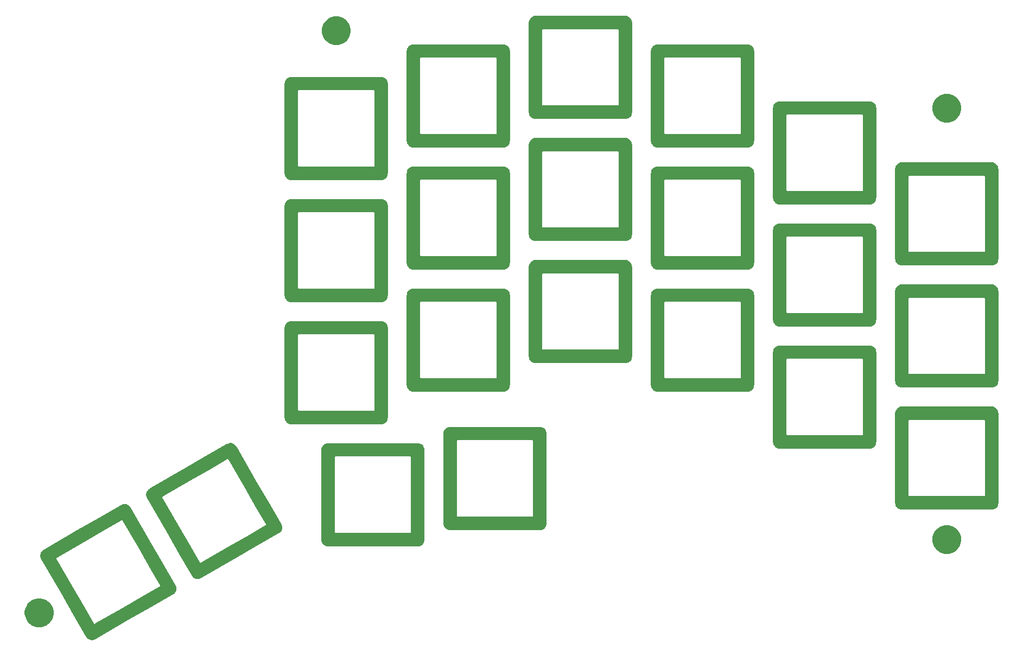
<source format=gts>
G04 #@! TF.GenerationSoftware,KiCad,Pcbnew,5.1.5+dfsg1-2build2*
G04 #@! TF.CreationDate,2020-09-19T22:34:38+09:00*
G04 #@! TF.ProjectId,toppcb,746f7070-6362-42e6-9b69-6361645f7063,rev?*
G04 #@! TF.SameCoordinates,Original*
G04 #@! TF.FileFunction,Soldermask,Top*
G04 #@! TF.FilePolarity,Negative*
%FSLAX46Y46*%
G04 Gerber Fmt 4.6, Leading zero omitted, Abs format (unit mm)*
G04 Created by KiCad (PCBNEW 5.1.5+dfsg1-2build2) date 2020-09-19 22:34:38*
%MOMM*%
%LPD*%
G04 APERTURE LIST*
%ADD10C,0.100000*%
G04 APERTURE END LIST*
D10*
G36*
X30140513Y-89747722D02*
G01*
X30175241Y-89760793D01*
X30334269Y-89820647D01*
X30334273Y-89820649D01*
X30422177Y-89875312D01*
X30510085Y-89929976D01*
X30661184Y-90071496D01*
X30781776Y-90239782D01*
X30800653Y-90281444D01*
X30806257Y-90292355D01*
X33806252Y-95488498D01*
X33806259Y-95488512D01*
X35806252Y-98952600D01*
X35806259Y-98952614D01*
X37748488Y-102316652D01*
X37755135Y-102326961D01*
X37781773Y-102364134D01*
X37800649Y-102405794D01*
X37800662Y-102405822D01*
X37818603Y-102445417D01*
X37867217Y-102552709D01*
X37867217Y-102552711D01*
X37883957Y-102624506D01*
X37914228Y-102754333D01*
X37916578Y-102826127D01*
X37921002Y-102961249D01*
X37887278Y-103165513D01*
X37814352Y-103359273D01*
X37769706Y-103431069D01*
X37705026Y-103535083D01*
X37654992Y-103588503D01*
X37563503Y-103686185D01*
X37476050Y-103748853D01*
X37432402Y-103780131D01*
X37432392Y-103780137D01*
X37395220Y-103806774D01*
X37353569Y-103825646D01*
X37342658Y-103831251D01*
X33978612Y-105773483D01*
X33978604Y-105773489D01*
X30514510Y-107773483D01*
X30514502Y-107773489D01*
X25318353Y-110773485D01*
X25308044Y-110780131D01*
X25270864Y-110806774D01*
X25082289Y-110892217D01*
X24963405Y-110919936D01*
X24880667Y-110939228D01*
X24783983Y-110942393D01*
X24777210Y-110942615D01*
X24673752Y-110946002D01*
X24673751Y-110946002D01*
X24469487Y-110912278D01*
X24275727Y-110839352D01*
X24169805Y-110773485D01*
X24099917Y-110730026D01*
X24024366Y-110659264D01*
X23948815Y-110588503D01*
X23858444Y-110462391D01*
X23858443Y-110462389D01*
X23854867Y-110457399D01*
X23854859Y-110457386D01*
X23828226Y-110420221D01*
X23809355Y-110378571D01*
X23803750Y-110367660D01*
X21861517Y-107003612D01*
X21861511Y-107003604D01*
X19861517Y-103539510D01*
X19861511Y-103539502D01*
X16861514Y-98343351D01*
X16854878Y-98333057D01*
X16828226Y-98295864D01*
X16780301Y-98190092D01*
X19224535Y-98190092D01*
X19225336Y-98214583D01*
X19230901Y-98238447D01*
X19241014Y-98260767D01*
X21681896Y-102488498D01*
X21681903Y-102488512D01*
X23681896Y-105952600D01*
X23681903Y-105952614D01*
X25065016Y-108348234D01*
X25079289Y-108368152D01*
X25097173Y-108384902D01*
X25117982Y-108397842D01*
X25140916Y-108406474D01*
X25165093Y-108410465D01*
X25189584Y-108409664D01*
X25213448Y-108404099D01*
X25235768Y-108393986D01*
X29463498Y-105953104D01*
X29463512Y-105953097D01*
X32927600Y-103953104D01*
X32927614Y-103953097D01*
X35323233Y-102569985D01*
X35343151Y-102555712D01*
X35359901Y-102537828D01*
X35372841Y-102517019D01*
X35381473Y-102494085D01*
X35385464Y-102469908D01*
X35384663Y-102445417D01*
X35379098Y-102421553D01*
X35368985Y-102399234D01*
X33985873Y-100003612D01*
X33985867Y-100003604D01*
X31985873Y-96539510D01*
X31985867Y-96539502D01*
X29544985Y-92311768D01*
X29530712Y-92291849D01*
X29512828Y-92275099D01*
X29492019Y-92262159D01*
X29469085Y-92253527D01*
X29444908Y-92249536D01*
X29420417Y-92250337D01*
X29396553Y-92255902D01*
X29374234Y-92266015D01*
X26978612Y-93649127D01*
X26978604Y-93649133D01*
X23514510Y-95649127D01*
X23514502Y-95649133D01*
X19286767Y-98090015D01*
X19266848Y-98104288D01*
X19250098Y-98122172D01*
X19237158Y-98142981D01*
X19228526Y-98165915D01*
X19224535Y-98190092D01*
X16780301Y-98190092D01*
X16742783Y-98107289D01*
X16695773Y-97905668D01*
X16695772Y-97905665D01*
X16692718Y-97812369D01*
X16688998Y-97698752D01*
X16709732Y-97573171D01*
X16722722Y-97494488D01*
X16795649Y-97300728D01*
X16904974Y-97124918D01*
X16978214Y-97046721D01*
X17046497Y-96973815D01*
X17094391Y-96939495D01*
X17214780Y-96853226D01*
X17214779Y-96853226D01*
X17214781Y-96853225D01*
X17256440Y-96834350D01*
X17267353Y-96828745D01*
X22463498Y-93828748D01*
X22463512Y-93828741D01*
X25927600Y-91828748D01*
X25927614Y-91828741D01*
X29291654Y-89886511D01*
X29301948Y-89879874D01*
X29339136Y-89853226D01*
X29380809Y-89834344D01*
X29380824Y-89834337D01*
X29420937Y-89816162D01*
X29422788Y-89815323D01*
X29527710Y-89767783D01*
X29677284Y-89732908D01*
X29729333Y-89720772D01*
X29824460Y-89717658D01*
X29936248Y-89713998D01*
X30140513Y-89747722D01*
G37*
G36*
X16785880Y-104439776D02*
G01*
X17166593Y-104515504D01*
X17576249Y-104685189D01*
X17944929Y-104931534D01*
X18258466Y-105245071D01*
X18504811Y-105613751D01*
X18674496Y-106023407D01*
X18761000Y-106458296D01*
X18761000Y-106901704D01*
X18674496Y-107336593D01*
X18504811Y-107746249D01*
X18258466Y-108114929D01*
X17944929Y-108428466D01*
X17576249Y-108674811D01*
X17166593Y-108844496D01*
X16785880Y-108920224D01*
X16731705Y-108931000D01*
X16288295Y-108931000D01*
X16234120Y-108920224D01*
X15853407Y-108844496D01*
X15443751Y-108674811D01*
X15075071Y-108428466D01*
X14761534Y-108114929D01*
X14515189Y-107746249D01*
X14345504Y-107336593D01*
X14259000Y-106901704D01*
X14259000Y-106458296D01*
X14345504Y-106023407D01*
X14515189Y-105613751D01*
X14761534Y-105245071D01*
X15075071Y-104931534D01*
X15443751Y-104685189D01*
X15853407Y-104515504D01*
X16234120Y-104439776D01*
X16288295Y-104429000D01*
X16731705Y-104429000D01*
X16785880Y-104439776D01*
G37*
G36*
X46650513Y-80222722D02*
G01*
X46703813Y-80242783D01*
X46844269Y-80295647D01*
X46844273Y-80295649D01*
X46932177Y-80350311D01*
X47020085Y-80404976D01*
X47171184Y-80546496D01*
X47291776Y-80714782D01*
X47310653Y-80756444D01*
X47316257Y-80767355D01*
X50316252Y-85963498D01*
X50316259Y-85963512D01*
X52316252Y-89427600D01*
X52316259Y-89427614D01*
X54258488Y-92791652D01*
X54265135Y-92801961D01*
X54291773Y-92839134D01*
X54310649Y-92880794D01*
X54310662Y-92880822D01*
X54330946Y-92925589D01*
X54377217Y-93027710D01*
X54404936Y-93146595D01*
X54424228Y-93229333D01*
X54425074Y-93255189D01*
X54431002Y-93436249D01*
X54397278Y-93640513D01*
X54324352Y-93834273D01*
X54311076Y-93855622D01*
X54215026Y-94010083D01*
X54164992Y-94063503D01*
X54073503Y-94161185D01*
X53973312Y-94232981D01*
X53942402Y-94255131D01*
X53942392Y-94255137D01*
X53905220Y-94281774D01*
X53863569Y-94300646D01*
X53852658Y-94306251D01*
X50488612Y-96248483D01*
X50488604Y-96248489D01*
X47024510Y-98248483D01*
X47024502Y-98248489D01*
X41828353Y-101248485D01*
X41818044Y-101255131D01*
X41780864Y-101281774D01*
X41592289Y-101367217D01*
X41473405Y-101394936D01*
X41390667Y-101414228D01*
X41293983Y-101417393D01*
X41287210Y-101417615D01*
X41183752Y-101421002D01*
X41183751Y-101421002D01*
X40979487Y-101387278D01*
X40785727Y-101314352D01*
X40679805Y-101248485D01*
X40609917Y-101205026D01*
X40534367Y-101134265D01*
X40458815Y-101063503D01*
X40368444Y-100937391D01*
X40368443Y-100937389D01*
X40364867Y-100932399D01*
X40364859Y-100932386D01*
X40338226Y-100895221D01*
X40319355Y-100853571D01*
X40313750Y-100842660D01*
X38371517Y-97478612D01*
X38371511Y-97478604D01*
X36371517Y-94014510D01*
X36371511Y-94014502D01*
X33371514Y-88818351D01*
X33364878Y-88808057D01*
X33338226Y-88770864D01*
X33290301Y-88665092D01*
X35734535Y-88665092D01*
X35735336Y-88689583D01*
X35740901Y-88713447D01*
X35751014Y-88735767D01*
X38191896Y-92963498D01*
X38191903Y-92963512D01*
X40191896Y-96427600D01*
X40191903Y-96427614D01*
X41575016Y-98823234D01*
X41589289Y-98843152D01*
X41607173Y-98859902D01*
X41627982Y-98872842D01*
X41650916Y-98881474D01*
X41675093Y-98885465D01*
X41699584Y-98884664D01*
X41723448Y-98879099D01*
X41745768Y-98868986D01*
X45973498Y-96428104D01*
X45973512Y-96428097D01*
X49437600Y-94428104D01*
X49437614Y-94428097D01*
X51833233Y-93044985D01*
X51853151Y-93030712D01*
X51869901Y-93012828D01*
X51882841Y-92992019D01*
X51891473Y-92969085D01*
X51895464Y-92944908D01*
X51894663Y-92920417D01*
X51889098Y-92896553D01*
X51878985Y-92874234D01*
X50495873Y-90478612D01*
X50495867Y-90478604D01*
X48495873Y-87014510D01*
X48495867Y-87014502D01*
X46054985Y-82786768D01*
X46040712Y-82766849D01*
X46022828Y-82750099D01*
X46002019Y-82737159D01*
X45979085Y-82728527D01*
X45954908Y-82724536D01*
X45930417Y-82725337D01*
X45906553Y-82730902D01*
X45884234Y-82741015D01*
X43488612Y-84124127D01*
X43488604Y-84124133D01*
X40024510Y-86124127D01*
X40024502Y-86124133D01*
X35796767Y-88565015D01*
X35776848Y-88579288D01*
X35760098Y-88597172D01*
X35747158Y-88617981D01*
X35738526Y-88640915D01*
X35734535Y-88665092D01*
X33290301Y-88665092D01*
X33252783Y-88582289D01*
X33205773Y-88380668D01*
X33205772Y-88380665D01*
X33200814Y-88229207D01*
X33198998Y-88173752D01*
X33210852Y-88101956D01*
X33232722Y-87969488D01*
X33305649Y-87775728D01*
X33414974Y-87599918D01*
X33515303Y-87492798D01*
X33556497Y-87448815D01*
X33570176Y-87439013D01*
X33724780Y-87328226D01*
X33724779Y-87328226D01*
X33724781Y-87328225D01*
X33766440Y-87309350D01*
X33777353Y-87303745D01*
X38973498Y-84303748D01*
X38973512Y-84303741D01*
X42437600Y-82303748D01*
X42437614Y-82303741D01*
X45801654Y-80361511D01*
X45811948Y-80354874D01*
X45849136Y-80328226D01*
X45890809Y-80309344D01*
X45890824Y-80309337D01*
X45930937Y-80291162D01*
X45935036Y-80289305D01*
X46037710Y-80242783D01*
X46187284Y-80207908D01*
X46239333Y-80195772D01*
X46334460Y-80192658D01*
X46446248Y-80188998D01*
X46650513Y-80222722D01*
G37*
G36*
X158390880Y-93009776D02*
G01*
X158771593Y-93085504D01*
X159181249Y-93255189D01*
X159549929Y-93501534D01*
X159863466Y-93815071D01*
X160109811Y-94183751D01*
X160279496Y-94593407D01*
X160339414Y-94894639D01*
X160366000Y-95028295D01*
X160366000Y-95471705D01*
X160355224Y-95525880D01*
X160279496Y-95906593D01*
X160109811Y-96316249D01*
X159863466Y-96684929D01*
X159549929Y-96998466D01*
X159181249Y-97244811D01*
X158771593Y-97414496D01*
X158428197Y-97482801D01*
X158336705Y-97501000D01*
X157893295Y-97501000D01*
X157801803Y-97482801D01*
X157458407Y-97414496D01*
X157048751Y-97244811D01*
X156680071Y-96998466D01*
X156366534Y-96684929D01*
X156120189Y-96316249D01*
X155950504Y-95906593D01*
X155874776Y-95525880D01*
X155864000Y-95471705D01*
X155864000Y-95028295D01*
X155890586Y-94894639D01*
X155950504Y-94593407D01*
X156120189Y-94183751D01*
X156366534Y-93815071D01*
X156680071Y-93501534D01*
X157048751Y-93255189D01*
X157458407Y-93085504D01*
X157839120Y-93009776D01*
X157893295Y-92999000D01*
X158336705Y-92999000D01*
X158390880Y-93009776D01*
G37*
G36*
X75625519Y-80213398D02*
G01*
X75689248Y-80219675D01*
X75786032Y-80229207D01*
X75984146Y-80289305D01*
X75984149Y-80289306D01*
X76021652Y-80309352D01*
X76166729Y-80386897D01*
X76326765Y-80518235D01*
X76458103Y-80678271D01*
X76477617Y-80714780D01*
X76555694Y-80860851D01*
X76555695Y-80860854D01*
X76615793Y-81058968D01*
X76615793Y-81058970D01*
X76636085Y-81265000D01*
X76631602Y-81310519D01*
X76631000Y-81322771D01*
X76631000Y-95207229D01*
X76631602Y-95219481D01*
X76636085Y-95265000D01*
X76631000Y-95316630D01*
X76615793Y-95471032D01*
X76555695Y-95669146D01*
X76555694Y-95669149D01*
X76526228Y-95724275D01*
X76458103Y-95851729D01*
X76326765Y-96011765D01*
X76166729Y-96143103D01*
X76080975Y-96188939D01*
X75984149Y-96240694D01*
X75984146Y-96240695D01*
X75786032Y-96300793D01*
X75693860Y-96309871D01*
X75625519Y-96316602D01*
X75580000Y-96321085D01*
X75534481Y-96316602D01*
X75522229Y-96316000D01*
X61637771Y-96316000D01*
X61625519Y-96316602D01*
X61580000Y-96321085D01*
X61534481Y-96316602D01*
X61470752Y-96310325D01*
X61373968Y-96300793D01*
X61175854Y-96240695D01*
X61175851Y-96240694D01*
X61079025Y-96188939D01*
X60993271Y-96143103D01*
X60833235Y-96011765D01*
X60701897Y-95851729D01*
X60633772Y-95724275D01*
X60604306Y-95669149D01*
X60604305Y-95669146D01*
X60544207Y-95471032D01*
X60523915Y-95265000D01*
X60528399Y-95219471D01*
X60529001Y-95207219D01*
X60529001Y-92262159D01*
X60529000Y-89213371D01*
X60529000Y-89207237D01*
X60529001Y-89207223D01*
X60529001Y-88240695D01*
X60529000Y-85213371D01*
X60529000Y-85207237D01*
X60529001Y-85207223D01*
X60529001Y-84242783D01*
X60529001Y-82440999D01*
X62631000Y-82440999D01*
X62631000Y-94089001D01*
X62633402Y-94113387D01*
X62640515Y-94136836D01*
X62652066Y-94158447D01*
X62667611Y-94177389D01*
X62686553Y-94192934D01*
X62708164Y-94204485D01*
X62731613Y-94211598D01*
X62755999Y-94214000D01*
X74404002Y-94214000D01*
X74428388Y-94211598D01*
X74451837Y-94204485D01*
X74473448Y-94192934D01*
X74492390Y-94177389D01*
X74507935Y-94158447D01*
X74519486Y-94136836D01*
X74526599Y-94113387D01*
X74529001Y-94089001D01*
X74529001Y-92262159D01*
X74529000Y-89213371D01*
X74529000Y-89207237D01*
X74529001Y-89207223D01*
X74529001Y-88240695D01*
X74529000Y-85213371D01*
X74529000Y-85207237D01*
X74529001Y-85207223D01*
X74529001Y-84242783D01*
X74529000Y-82440999D01*
X74526598Y-82416613D01*
X74519485Y-82393164D01*
X74507934Y-82371553D01*
X74492389Y-82352611D01*
X74473447Y-82337066D01*
X74451836Y-82325515D01*
X74428387Y-82318402D01*
X74404001Y-82316000D01*
X62755999Y-82316000D01*
X62731613Y-82318402D01*
X62708164Y-82325515D01*
X62686553Y-82337066D01*
X62667611Y-82352611D01*
X62652066Y-82371553D01*
X62640515Y-82393164D01*
X62633402Y-82416613D01*
X62631000Y-82440999D01*
X60529001Y-82440999D01*
X60529000Y-81322771D01*
X60528398Y-81310519D01*
X60523915Y-81265000D01*
X60544207Y-81058970D01*
X60544207Y-81058968D01*
X60604305Y-80860854D01*
X60604306Y-80860851D01*
X60682383Y-80714780D01*
X60701897Y-80678271D01*
X60833235Y-80518235D01*
X60993271Y-80386897D01*
X61138348Y-80309352D01*
X61175851Y-80289306D01*
X61175854Y-80289305D01*
X61373968Y-80229207D01*
X61470752Y-80219675D01*
X61534481Y-80213398D01*
X61580000Y-80208915D01*
X61625519Y-80213398D01*
X61637771Y-80214000D01*
X75522229Y-80214000D01*
X75534481Y-80213398D01*
X75580000Y-80208915D01*
X75625519Y-80213398D01*
G37*
G36*
X94675519Y-77673398D02*
G01*
X94739248Y-77679675D01*
X94836032Y-77689207D01*
X95034146Y-77749305D01*
X95034149Y-77749306D01*
X95130975Y-77801061D01*
X95216729Y-77846897D01*
X95376765Y-77978235D01*
X95508103Y-78138271D01*
X95553939Y-78224025D01*
X95605694Y-78320851D01*
X95605695Y-78320854D01*
X95665793Y-78518968D01*
X95665793Y-78518970D01*
X95686085Y-78725000D01*
X95681602Y-78770519D01*
X95681000Y-78782771D01*
X95681000Y-92667229D01*
X95681602Y-92679481D01*
X95686085Y-92725000D01*
X95681602Y-92770519D01*
X95678505Y-92801961D01*
X95665793Y-92931032D01*
X95614686Y-93099506D01*
X95605694Y-93129149D01*
X95560121Y-93214410D01*
X95508103Y-93311729D01*
X95376765Y-93471765D01*
X95216729Y-93603103D01*
X95148644Y-93639495D01*
X95034149Y-93700694D01*
X95034146Y-93700695D01*
X94836032Y-93760793D01*
X94765060Y-93767783D01*
X94675519Y-93776602D01*
X94630000Y-93781085D01*
X94584481Y-93776602D01*
X94572229Y-93776000D01*
X80687771Y-93776000D01*
X80675519Y-93776602D01*
X80630000Y-93781085D01*
X80584481Y-93776602D01*
X80494940Y-93767783D01*
X80423968Y-93760793D01*
X80225854Y-93700695D01*
X80225851Y-93700694D01*
X80111356Y-93639495D01*
X80043271Y-93603103D01*
X79883235Y-93471765D01*
X79751897Y-93311729D01*
X79699879Y-93214410D01*
X79654306Y-93129149D01*
X79645314Y-93099506D01*
X79594207Y-92931032D01*
X79573915Y-92725000D01*
X79578399Y-92679471D01*
X79579001Y-92667219D01*
X79579001Y-89720773D01*
X79579000Y-86673371D01*
X79579000Y-86667237D01*
X79579001Y-86667223D01*
X79579001Y-85709917D01*
X79579000Y-82673371D01*
X79579000Y-82667237D01*
X79579001Y-82667223D01*
X79579001Y-81723609D01*
X79579001Y-79900999D01*
X81681000Y-79900999D01*
X81681000Y-91549001D01*
X81683402Y-91573387D01*
X81690515Y-91596836D01*
X81702066Y-91618447D01*
X81717611Y-91637389D01*
X81736553Y-91652934D01*
X81758164Y-91664485D01*
X81781613Y-91671598D01*
X81805999Y-91674000D01*
X93454002Y-91674000D01*
X93478388Y-91671598D01*
X93501837Y-91664485D01*
X93523448Y-91652934D01*
X93542390Y-91637389D01*
X93557935Y-91618447D01*
X93569486Y-91596836D01*
X93576599Y-91573387D01*
X93579001Y-91549001D01*
X93579001Y-89720773D01*
X93579000Y-86673371D01*
X93579000Y-86667237D01*
X93579001Y-86667223D01*
X93579001Y-85709917D01*
X93579000Y-82673371D01*
X93579000Y-82667237D01*
X93579001Y-82667223D01*
X93579001Y-81723609D01*
X93579000Y-79900999D01*
X93576598Y-79876613D01*
X93569485Y-79853164D01*
X93557934Y-79831553D01*
X93542389Y-79812611D01*
X93523447Y-79797066D01*
X93501836Y-79785515D01*
X93478387Y-79778402D01*
X93454001Y-79776000D01*
X81805999Y-79776000D01*
X81781613Y-79778402D01*
X81758164Y-79785515D01*
X81736553Y-79797066D01*
X81717611Y-79812611D01*
X81702066Y-79831553D01*
X81690515Y-79853164D01*
X81683402Y-79876613D01*
X81681000Y-79900999D01*
X79579001Y-79900999D01*
X79579000Y-78782771D01*
X79578398Y-78770519D01*
X79573915Y-78725000D01*
X79594207Y-78518970D01*
X79594207Y-78518968D01*
X79654305Y-78320854D01*
X79654306Y-78320851D01*
X79706061Y-78224025D01*
X79751897Y-78138271D01*
X79883235Y-77978235D01*
X80043271Y-77846897D01*
X80129025Y-77801061D01*
X80225851Y-77749306D01*
X80225854Y-77749305D01*
X80423968Y-77689207D01*
X80520752Y-77679675D01*
X80584481Y-77673398D01*
X80630000Y-77668915D01*
X80675519Y-77673398D01*
X80687771Y-77674000D01*
X94572229Y-77674000D01*
X94584481Y-77673398D01*
X94630000Y-77668915D01*
X94675519Y-77673398D01*
G37*
G36*
X165160519Y-74498398D02*
G01*
X165224248Y-74504675D01*
X165321032Y-74514207D01*
X165519146Y-74574305D01*
X165519149Y-74574306D01*
X165615975Y-74626061D01*
X165701729Y-74671897D01*
X165861765Y-74803235D01*
X165993103Y-74963271D01*
X166033581Y-75039001D01*
X166090694Y-75145851D01*
X166090695Y-75145854D01*
X166150793Y-75343968D01*
X166150793Y-75343970D01*
X166171085Y-75550000D01*
X166166602Y-75595519D01*
X166166000Y-75607771D01*
X166166000Y-89492229D01*
X166166602Y-89504481D01*
X166171085Y-89550000D01*
X166150793Y-89756032D01*
X166098027Y-89929976D01*
X166090694Y-89954149D01*
X166081074Y-89972146D01*
X165993103Y-90136729D01*
X165861765Y-90296765D01*
X165701729Y-90428103D01*
X165617191Y-90473289D01*
X165519149Y-90525694D01*
X165519146Y-90525695D01*
X165321032Y-90585793D01*
X165224248Y-90595325D01*
X165160519Y-90601602D01*
X165115000Y-90606085D01*
X165069481Y-90601602D01*
X165057229Y-90601000D01*
X151172771Y-90601000D01*
X151160519Y-90601602D01*
X151115000Y-90606085D01*
X150908968Y-90585793D01*
X150710854Y-90525695D01*
X150710851Y-90525694D01*
X150612809Y-90473289D01*
X150528271Y-90428103D01*
X150368235Y-90296765D01*
X150236897Y-90136729D01*
X150202030Y-90071497D01*
X150148926Y-89972146D01*
X150139306Y-89954149D01*
X150131973Y-89929976D01*
X150079207Y-89756032D01*
X150058915Y-89550000D01*
X150063398Y-89504481D01*
X150064000Y-89492229D01*
X150064000Y-87599918D01*
X150064001Y-85607772D01*
X150064000Y-85607763D01*
X150064000Y-83653100D01*
X150064001Y-81607772D01*
X150064000Y-81607763D01*
X150064000Y-78671897D01*
X150064000Y-76725999D01*
X152166000Y-76725999D01*
X152166000Y-88374001D01*
X152168402Y-88398387D01*
X152175515Y-88421836D01*
X152187066Y-88443447D01*
X152202611Y-88462389D01*
X152221553Y-88477934D01*
X152243164Y-88489485D01*
X152266613Y-88496598D01*
X152290999Y-88499000D01*
X163939001Y-88499000D01*
X163963387Y-88496598D01*
X163986836Y-88489485D01*
X164008447Y-88477934D01*
X164027389Y-88462389D01*
X164042934Y-88443447D01*
X164054485Y-88421836D01*
X164061598Y-88398387D01*
X164064000Y-88374001D01*
X164064000Y-87009187D01*
X164064001Y-85607772D01*
X164064000Y-85607763D01*
X164064000Y-83653100D01*
X164064001Y-81607772D01*
X164064000Y-81607763D01*
X164064000Y-79278235D01*
X164064001Y-76725997D01*
X164061599Y-76701613D01*
X164054486Y-76678164D01*
X164042935Y-76656553D01*
X164027390Y-76637611D01*
X164008448Y-76622066D01*
X163986837Y-76610515D01*
X163963388Y-76603402D01*
X163939002Y-76601000D01*
X152290999Y-76601000D01*
X152266613Y-76603402D01*
X152243164Y-76610515D01*
X152221553Y-76622066D01*
X152202611Y-76637611D01*
X152187066Y-76656553D01*
X152175515Y-76678164D01*
X152168402Y-76701613D01*
X152166000Y-76725999D01*
X150064000Y-76725999D01*
X150064001Y-75607771D01*
X150063399Y-75595529D01*
X150058915Y-75550000D01*
X150079207Y-75343970D01*
X150079207Y-75343968D01*
X150139305Y-75145854D01*
X150139306Y-75145851D01*
X150196419Y-75039001D01*
X150236897Y-74963271D01*
X150368235Y-74803235D01*
X150528271Y-74671897D01*
X150614025Y-74626061D01*
X150710851Y-74574306D01*
X150710854Y-74574305D01*
X150908968Y-74514207D01*
X151005752Y-74504675D01*
X151069481Y-74498398D01*
X151115000Y-74493915D01*
X151160519Y-74498398D01*
X151172771Y-74499000D01*
X165057229Y-74499000D01*
X165069481Y-74498398D01*
X165115000Y-74493915D01*
X165160519Y-74498398D01*
G37*
G36*
X146110519Y-64973398D02*
G01*
X146174248Y-64979675D01*
X146271032Y-64989207D01*
X146469146Y-65049305D01*
X146469149Y-65049306D01*
X146532878Y-65083370D01*
X146651729Y-65146897D01*
X146811765Y-65278235D01*
X146943103Y-65438271D01*
X146959119Y-65468235D01*
X147040694Y-65620851D01*
X147040695Y-65620854D01*
X147100793Y-65818968D01*
X147100793Y-65818970D01*
X147121085Y-66025000D01*
X147116602Y-66070519D01*
X147116000Y-66082771D01*
X147116000Y-79967229D01*
X147116602Y-79979481D01*
X147121085Y-80025000D01*
X147100793Y-80231032D01*
X147048027Y-80404976D01*
X147040694Y-80429149D01*
X147030182Y-80448815D01*
X146943103Y-80611729D01*
X146811765Y-80771765D01*
X146651729Y-80903103D01*
X146565975Y-80948939D01*
X146469149Y-81000694D01*
X146469146Y-81000695D01*
X146271032Y-81060793D01*
X146174248Y-81070325D01*
X146110519Y-81076602D01*
X146065000Y-81081085D01*
X146019481Y-81076602D01*
X146007229Y-81076000D01*
X132122771Y-81076000D01*
X132110519Y-81076602D01*
X132065000Y-81081085D01*
X131858968Y-81060793D01*
X131660854Y-81000695D01*
X131660851Y-81000694D01*
X131564025Y-80948939D01*
X131478271Y-80903103D01*
X131318235Y-80771765D01*
X131186897Y-80611729D01*
X131152030Y-80546497D01*
X131152029Y-80546496D01*
X131089306Y-80429149D01*
X131081973Y-80404976D01*
X131029207Y-80231032D01*
X131008915Y-80025000D01*
X131013398Y-79979481D01*
X131014000Y-79967229D01*
X131014000Y-78138271D01*
X131014001Y-76082772D01*
X131014000Y-76082763D01*
X131014000Y-74493915D01*
X131014001Y-72082772D01*
X131014000Y-72082763D01*
X131014000Y-69093103D01*
X131014000Y-67200999D01*
X133116000Y-67200999D01*
X133116000Y-78849001D01*
X133118402Y-78873387D01*
X133125515Y-78896836D01*
X133137066Y-78918447D01*
X133152611Y-78937389D01*
X133171553Y-78952934D01*
X133193164Y-78964485D01*
X133216613Y-78971598D01*
X133240999Y-78974000D01*
X144889001Y-78974000D01*
X144913387Y-78971598D01*
X144936836Y-78964485D01*
X144958447Y-78952934D01*
X144977389Y-78937389D01*
X144992934Y-78918447D01*
X145004485Y-78896836D01*
X145011598Y-78873387D01*
X145014000Y-78849001D01*
X145014000Y-77668915D01*
X145014001Y-76082772D01*
X145014000Y-76082763D01*
X145014000Y-74493915D01*
X145014001Y-72082772D01*
X145014000Y-72082763D01*
X145014000Y-69753235D01*
X145014001Y-67200997D01*
X145011599Y-67176613D01*
X145004486Y-67153164D01*
X144992935Y-67131553D01*
X144977390Y-67112611D01*
X144958448Y-67097066D01*
X144936837Y-67085515D01*
X144913388Y-67078402D01*
X144889002Y-67076000D01*
X133240999Y-67076000D01*
X133216613Y-67078402D01*
X133193164Y-67085515D01*
X133171553Y-67097066D01*
X133152611Y-67112611D01*
X133137066Y-67131553D01*
X133125515Y-67153164D01*
X133118402Y-67176613D01*
X133116000Y-67200999D01*
X131014000Y-67200999D01*
X131014001Y-66082771D01*
X131013399Y-66070529D01*
X131008915Y-66025000D01*
X131029207Y-65818970D01*
X131029207Y-65818968D01*
X131089305Y-65620854D01*
X131089306Y-65620851D01*
X131170881Y-65468235D01*
X131186897Y-65438271D01*
X131318235Y-65278235D01*
X131478271Y-65146897D01*
X131597122Y-65083370D01*
X131660851Y-65049306D01*
X131660854Y-65049305D01*
X131858968Y-64989207D01*
X131955752Y-64979675D01*
X132019481Y-64973398D01*
X132065000Y-64968915D01*
X132110519Y-64973398D01*
X132122771Y-64974000D01*
X146007229Y-64974000D01*
X146019481Y-64973398D01*
X146065000Y-64968915D01*
X146110519Y-64973398D01*
G37*
G36*
X69910519Y-61163398D02*
G01*
X69974248Y-61169675D01*
X70071032Y-61179207D01*
X70269146Y-61239305D01*
X70269149Y-61239306D01*
X70365975Y-61291061D01*
X70451729Y-61336897D01*
X70611765Y-61468235D01*
X70743103Y-61628271D01*
X70788939Y-61714025D01*
X70840694Y-61810851D01*
X70840695Y-61810854D01*
X70900793Y-62008968D01*
X70900793Y-62008970D01*
X70921085Y-62215000D01*
X70916602Y-62260519D01*
X70916000Y-62272771D01*
X70916000Y-76157229D01*
X70916602Y-76169481D01*
X70921085Y-76215000D01*
X70900793Y-76421032D01*
X70845471Y-76603402D01*
X70840694Y-76619149D01*
X70796616Y-76701613D01*
X70743103Y-76801729D01*
X70611765Y-76961765D01*
X70451729Y-77093103D01*
X70365975Y-77138939D01*
X70269149Y-77190694D01*
X70269146Y-77190695D01*
X70071032Y-77250793D01*
X69974248Y-77260325D01*
X69910519Y-77266602D01*
X69865000Y-77271085D01*
X69819481Y-77266602D01*
X69807229Y-77266000D01*
X55922771Y-77266000D01*
X55910519Y-77266602D01*
X55865000Y-77271085D01*
X55658968Y-77250793D01*
X55460854Y-77190695D01*
X55460851Y-77190694D01*
X55364025Y-77138939D01*
X55278271Y-77093103D01*
X55118235Y-76961765D01*
X54986897Y-76801729D01*
X54946419Y-76725999D01*
X54933384Y-76701613D01*
X54889306Y-76619149D01*
X54884529Y-76603402D01*
X54829207Y-76421032D01*
X54808915Y-76215000D01*
X54813398Y-76169481D01*
X54814000Y-76157229D01*
X54814000Y-74493915D01*
X54814001Y-72272772D01*
X54814000Y-72272763D01*
X54814000Y-70293968D01*
X54814001Y-68272772D01*
X54814000Y-68272763D01*
X54814000Y-65278235D01*
X54814000Y-63390999D01*
X56916000Y-63390999D01*
X56916000Y-75039001D01*
X56918402Y-75063387D01*
X56925515Y-75086836D01*
X56937066Y-75108447D01*
X56952611Y-75127389D01*
X56971553Y-75142934D01*
X56993164Y-75154485D01*
X57016613Y-75161598D01*
X57040999Y-75164000D01*
X68689001Y-75164000D01*
X68713387Y-75161598D01*
X68736836Y-75154485D01*
X68758447Y-75142934D01*
X68777389Y-75127389D01*
X68792934Y-75108447D01*
X68804485Y-75086836D01*
X68811598Y-75063387D01*
X68814000Y-75039001D01*
X68814000Y-73818968D01*
X68814001Y-72272772D01*
X68814000Y-72272763D01*
X68814000Y-70293968D01*
X68814001Y-68272772D01*
X68814000Y-68272763D01*
X68814000Y-65943235D01*
X68814001Y-63390997D01*
X68811599Y-63366613D01*
X68804486Y-63343164D01*
X68792935Y-63321553D01*
X68777390Y-63302611D01*
X68758448Y-63287066D01*
X68736837Y-63275515D01*
X68713388Y-63268402D01*
X68689002Y-63266000D01*
X57040999Y-63266000D01*
X57016613Y-63268402D01*
X56993164Y-63275515D01*
X56971553Y-63287066D01*
X56952611Y-63302611D01*
X56937066Y-63321553D01*
X56925515Y-63343164D01*
X56918402Y-63366613D01*
X56916000Y-63390999D01*
X54814000Y-63390999D01*
X54814001Y-62272771D01*
X54813399Y-62260529D01*
X54808915Y-62215000D01*
X54829207Y-62008970D01*
X54829207Y-62008968D01*
X54889305Y-61810854D01*
X54889306Y-61810851D01*
X54941061Y-61714025D01*
X54986897Y-61628271D01*
X55118235Y-61468235D01*
X55278271Y-61336897D01*
X55364025Y-61291061D01*
X55460851Y-61239306D01*
X55460854Y-61239305D01*
X55658968Y-61179207D01*
X55755752Y-61169675D01*
X55819481Y-61163398D01*
X55865000Y-61158915D01*
X55910519Y-61163398D01*
X55922771Y-61164000D01*
X69807229Y-61164000D01*
X69819481Y-61163398D01*
X69865000Y-61158915D01*
X69910519Y-61163398D01*
G37*
G36*
X127060519Y-56083398D02*
G01*
X127124248Y-56089675D01*
X127221032Y-56099207D01*
X127419146Y-56159305D01*
X127419149Y-56159306D01*
X127515975Y-56211061D01*
X127601729Y-56256897D01*
X127761765Y-56388235D01*
X127893103Y-56548271D01*
X127898186Y-56557781D01*
X127990694Y-56730851D01*
X127990695Y-56730854D01*
X128050793Y-56928968D01*
X128060412Y-57026630D01*
X128071085Y-57135000D01*
X128066602Y-57180519D01*
X128066000Y-57192771D01*
X128066000Y-71077229D01*
X128066602Y-71089481D01*
X128071085Y-71135000D01*
X128050793Y-71341032D01*
X128039547Y-71378103D01*
X127990694Y-71539149D01*
X127981641Y-71556085D01*
X127893103Y-71721729D01*
X127761765Y-71881765D01*
X127601729Y-72013103D01*
X127515975Y-72058939D01*
X127419149Y-72110694D01*
X127419146Y-72110695D01*
X127221032Y-72170793D01*
X127124248Y-72180325D01*
X127060519Y-72186602D01*
X127015000Y-72191085D01*
X126969481Y-72186602D01*
X126957229Y-72186000D01*
X113072771Y-72186000D01*
X113060519Y-72186602D01*
X113015000Y-72191085D01*
X112808968Y-72170793D01*
X112610854Y-72110695D01*
X112610851Y-72110694D01*
X112514025Y-72058939D01*
X112428271Y-72013103D01*
X112268235Y-71881765D01*
X112136897Y-71721729D01*
X112136896Y-71721728D01*
X112048359Y-71556085D01*
X112039306Y-71539149D01*
X111990453Y-71378103D01*
X111979207Y-71341032D01*
X111958915Y-71135000D01*
X111963398Y-71089481D01*
X111964000Y-71077229D01*
X111964000Y-69146897D01*
X111964001Y-67192772D01*
X111964000Y-67192763D01*
X111964000Y-65239305D01*
X111964001Y-63192772D01*
X111964000Y-63192763D01*
X111964000Y-60228235D01*
X111964000Y-58310999D01*
X114066000Y-58310999D01*
X114066000Y-69959001D01*
X114068402Y-69983387D01*
X114075515Y-70006836D01*
X114087066Y-70028447D01*
X114102611Y-70047389D01*
X114121553Y-70062934D01*
X114143164Y-70074485D01*
X114166613Y-70081598D01*
X114190999Y-70084000D01*
X125839001Y-70084000D01*
X125863387Y-70081598D01*
X125886836Y-70074485D01*
X125908447Y-70062934D01*
X125927389Y-70047389D01*
X125942934Y-70028447D01*
X125954485Y-70006836D01*
X125961598Y-69983387D01*
X125964000Y-69959001D01*
X125964000Y-68619145D01*
X125964001Y-67192772D01*
X125964000Y-67192763D01*
X125964000Y-65239305D01*
X125964001Y-63192772D01*
X125964000Y-63192763D01*
X125964000Y-60768968D01*
X125964001Y-58310997D01*
X125961599Y-58286613D01*
X125954486Y-58263164D01*
X125942935Y-58241553D01*
X125927390Y-58222611D01*
X125908448Y-58207066D01*
X125886837Y-58195515D01*
X125863388Y-58188402D01*
X125839002Y-58186000D01*
X114190999Y-58186000D01*
X114166613Y-58188402D01*
X114143164Y-58195515D01*
X114121553Y-58207066D01*
X114102611Y-58222611D01*
X114087066Y-58241553D01*
X114075515Y-58263164D01*
X114068402Y-58286613D01*
X114066000Y-58310999D01*
X111964000Y-58310999D01*
X111964001Y-57192771D01*
X111963399Y-57180529D01*
X111958915Y-57135000D01*
X111969588Y-57026630D01*
X111979207Y-56928968D01*
X112039305Y-56730854D01*
X112039306Y-56730851D01*
X112131814Y-56557781D01*
X112136897Y-56548271D01*
X112268235Y-56388235D01*
X112428271Y-56256897D01*
X112514025Y-56211061D01*
X112610851Y-56159306D01*
X112610854Y-56159305D01*
X112808968Y-56099207D01*
X112905752Y-56089675D01*
X112969481Y-56083398D01*
X113015000Y-56078915D01*
X113060519Y-56083398D01*
X113072771Y-56084000D01*
X126957229Y-56084000D01*
X126969481Y-56083398D01*
X127015000Y-56078915D01*
X127060519Y-56083398D01*
G37*
G36*
X88960519Y-56083398D02*
G01*
X89024248Y-56089675D01*
X89121032Y-56099207D01*
X89319146Y-56159305D01*
X89319149Y-56159306D01*
X89415975Y-56211061D01*
X89501729Y-56256897D01*
X89661765Y-56388235D01*
X89793103Y-56548271D01*
X89798186Y-56557781D01*
X89890694Y-56730851D01*
X89890695Y-56730854D01*
X89950793Y-56928968D01*
X89960412Y-57026630D01*
X89971085Y-57135000D01*
X89966602Y-57180519D01*
X89966000Y-57192771D01*
X89966000Y-71077229D01*
X89966602Y-71089481D01*
X89971085Y-71135000D01*
X89950793Y-71341032D01*
X89939547Y-71378103D01*
X89890694Y-71539149D01*
X89881641Y-71556085D01*
X89793103Y-71721729D01*
X89661765Y-71881765D01*
X89501729Y-72013103D01*
X89415975Y-72058939D01*
X89319149Y-72110694D01*
X89319146Y-72110695D01*
X89121032Y-72170793D01*
X89024248Y-72180325D01*
X88960519Y-72186602D01*
X88915000Y-72191085D01*
X88869481Y-72186602D01*
X88857229Y-72186000D01*
X74972771Y-72186000D01*
X74960519Y-72186602D01*
X74915000Y-72191085D01*
X74708968Y-72170793D01*
X74510854Y-72110695D01*
X74510851Y-72110694D01*
X74414025Y-72058939D01*
X74328271Y-72013103D01*
X74168235Y-71881765D01*
X74036897Y-71721729D01*
X74036896Y-71721728D01*
X73948359Y-71556085D01*
X73939306Y-71539149D01*
X73890453Y-71378103D01*
X73879207Y-71341032D01*
X73858915Y-71135000D01*
X73863398Y-71089481D01*
X73864000Y-71077229D01*
X73864000Y-69146897D01*
X73864001Y-67192772D01*
X73864000Y-67192763D01*
X73864000Y-65239305D01*
X73864001Y-63192772D01*
X73864000Y-63192763D01*
X73864000Y-60228235D01*
X73864000Y-58310999D01*
X75966000Y-58310999D01*
X75966000Y-69959001D01*
X75968402Y-69983387D01*
X75975515Y-70006836D01*
X75987066Y-70028447D01*
X76002611Y-70047389D01*
X76021553Y-70062934D01*
X76043164Y-70074485D01*
X76066613Y-70081598D01*
X76090999Y-70084000D01*
X87739001Y-70084000D01*
X87763387Y-70081598D01*
X87786836Y-70074485D01*
X87808447Y-70062934D01*
X87827389Y-70047389D01*
X87842934Y-70028447D01*
X87854485Y-70006836D01*
X87861598Y-69983387D01*
X87864000Y-69959001D01*
X87864000Y-68619145D01*
X87864001Y-67192772D01*
X87864000Y-67192763D01*
X87864000Y-65239305D01*
X87864001Y-63192772D01*
X87864000Y-63192763D01*
X87864000Y-60768968D01*
X87864001Y-58310997D01*
X87861599Y-58286613D01*
X87854486Y-58263164D01*
X87842935Y-58241553D01*
X87827390Y-58222611D01*
X87808448Y-58207066D01*
X87786837Y-58195515D01*
X87763388Y-58188402D01*
X87739002Y-58186000D01*
X76090999Y-58186000D01*
X76066613Y-58188402D01*
X76043164Y-58195515D01*
X76021553Y-58207066D01*
X76002611Y-58222611D01*
X75987066Y-58241553D01*
X75975515Y-58263164D01*
X75968402Y-58286613D01*
X75966000Y-58310999D01*
X73864000Y-58310999D01*
X73864001Y-57192771D01*
X73863399Y-57180529D01*
X73858915Y-57135000D01*
X73869588Y-57026630D01*
X73879207Y-56928968D01*
X73939305Y-56730854D01*
X73939306Y-56730851D01*
X74031814Y-56557781D01*
X74036897Y-56548271D01*
X74168235Y-56388235D01*
X74328271Y-56256897D01*
X74414025Y-56211061D01*
X74510851Y-56159306D01*
X74510854Y-56159305D01*
X74708968Y-56099207D01*
X74805752Y-56089675D01*
X74869481Y-56083398D01*
X74915000Y-56078915D01*
X74960519Y-56083398D01*
X74972771Y-56084000D01*
X88857229Y-56084000D01*
X88869481Y-56083398D01*
X88915000Y-56078915D01*
X88960519Y-56083398D01*
G37*
G36*
X165160519Y-55448398D02*
G01*
X165224248Y-55454675D01*
X165321032Y-55464207D01*
X165519146Y-55524305D01*
X165519149Y-55524306D01*
X165615975Y-55576061D01*
X165701729Y-55621897D01*
X165861765Y-55753235D01*
X165993103Y-55913271D01*
X166009119Y-55943235D01*
X166090694Y-56095851D01*
X166090695Y-56095854D01*
X166150793Y-56293968D01*
X166150793Y-56293970D01*
X166171085Y-56500000D01*
X166166602Y-56545519D01*
X166166000Y-56557771D01*
X166166000Y-70442229D01*
X166166602Y-70454481D01*
X166171085Y-70500000D01*
X166150793Y-70706032D01*
X166143263Y-70730854D01*
X166090694Y-70904149D01*
X166038939Y-71000975D01*
X165993103Y-71086729D01*
X165861765Y-71246765D01*
X165701729Y-71378103D01*
X165615975Y-71423939D01*
X165519149Y-71475694D01*
X165519146Y-71475695D01*
X165321032Y-71535793D01*
X165224248Y-71545325D01*
X165160519Y-71551602D01*
X165115000Y-71556085D01*
X165069481Y-71551602D01*
X165057229Y-71551000D01*
X151172771Y-71551000D01*
X151160519Y-71551602D01*
X151115000Y-71556085D01*
X150908968Y-71535793D01*
X150710854Y-71475695D01*
X150710851Y-71475694D01*
X150614025Y-71423939D01*
X150528271Y-71378103D01*
X150368235Y-71246765D01*
X150236897Y-71086729D01*
X150205709Y-71028379D01*
X150139306Y-70904149D01*
X150086737Y-70730854D01*
X150079207Y-70706032D01*
X150058915Y-70500000D01*
X150063398Y-70454481D01*
X150064000Y-70442229D01*
X150064000Y-68619145D01*
X150064001Y-66557772D01*
X150064000Y-66557763D01*
X150064000Y-64730854D01*
X150064001Y-62557772D01*
X150064000Y-62557763D01*
X150064000Y-59568103D01*
X150064000Y-57675999D01*
X152166000Y-57675999D01*
X152166000Y-69324001D01*
X152168402Y-69348387D01*
X152175515Y-69371836D01*
X152187066Y-69393447D01*
X152202611Y-69412389D01*
X152221553Y-69427934D01*
X152243164Y-69439485D01*
X152266613Y-69446598D01*
X152290999Y-69449000D01*
X163939001Y-69449000D01*
X163963387Y-69446598D01*
X163986836Y-69439485D01*
X164008447Y-69427934D01*
X164027389Y-69412389D01*
X164042934Y-69393447D01*
X164054485Y-69371836D01*
X164061598Y-69348387D01*
X164064000Y-69324001D01*
X164064000Y-68013103D01*
X164064001Y-66557772D01*
X164064000Y-66557763D01*
X164064000Y-64730854D01*
X164064001Y-62557772D01*
X164064000Y-62557763D01*
X164064000Y-60159305D01*
X164064001Y-57675997D01*
X164061599Y-57651613D01*
X164054486Y-57628164D01*
X164042935Y-57606553D01*
X164027390Y-57587611D01*
X164008448Y-57572066D01*
X163986837Y-57560515D01*
X163963388Y-57553402D01*
X163939002Y-57551000D01*
X152290999Y-57551000D01*
X152266613Y-57553402D01*
X152243164Y-57560515D01*
X152221553Y-57572066D01*
X152202611Y-57587611D01*
X152187066Y-57606553D01*
X152175515Y-57628164D01*
X152168402Y-57651613D01*
X152166000Y-57675999D01*
X150064000Y-57675999D01*
X150064001Y-56557771D01*
X150063399Y-56545529D01*
X150058915Y-56500000D01*
X150079207Y-56293970D01*
X150079207Y-56293968D01*
X150139305Y-56095854D01*
X150139306Y-56095851D01*
X150220881Y-55943235D01*
X150236897Y-55913271D01*
X150368235Y-55753235D01*
X150528271Y-55621897D01*
X150614025Y-55576061D01*
X150710851Y-55524306D01*
X150710854Y-55524305D01*
X150908968Y-55464207D01*
X151005752Y-55454675D01*
X151069481Y-55448398D01*
X151115000Y-55443915D01*
X151160519Y-55448398D01*
X151172771Y-55449000D01*
X165057229Y-55449000D01*
X165069481Y-55448398D01*
X165115000Y-55443915D01*
X165160519Y-55448398D01*
G37*
G36*
X108010519Y-51638398D02*
G01*
X108074248Y-51644675D01*
X108171032Y-51654207D01*
X108369146Y-51714305D01*
X108369149Y-51714306D01*
X108465975Y-51766061D01*
X108551729Y-51811897D01*
X108711765Y-51943235D01*
X108843103Y-52103271D01*
X108888939Y-52189025D01*
X108940694Y-52285851D01*
X108940695Y-52285854D01*
X109000793Y-52483968D01*
X109000793Y-52483970D01*
X109021085Y-52690000D01*
X109016602Y-52735519D01*
X109016000Y-52747771D01*
X109016000Y-66632229D01*
X109016602Y-66644481D01*
X109021085Y-66690000D01*
X109000793Y-66896032D01*
X108945471Y-67078402D01*
X108940694Y-67094149D01*
X108896616Y-67176613D01*
X108843103Y-67276729D01*
X108711765Y-67436765D01*
X108551729Y-67568103D01*
X108465975Y-67613939D01*
X108369149Y-67665694D01*
X108369146Y-67665695D01*
X108171032Y-67725793D01*
X108074248Y-67735325D01*
X108010519Y-67741602D01*
X107965000Y-67746085D01*
X107919481Y-67741602D01*
X107907229Y-67741000D01*
X94022771Y-67741000D01*
X94010519Y-67741602D01*
X93965000Y-67746085D01*
X93758968Y-67725793D01*
X93560854Y-67665695D01*
X93560851Y-67665694D01*
X93464025Y-67613939D01*
X93378271Y-67568103D01*
X93218235Y-67436765D01*
X93086897Y-67276729D01*
X93042017Y-67192763D01*
X93033384Y-67176613D01*
X92989306Y-67094149D01*
X92984529Y-67078402D01*
X92929207Y-66896032D01*
X92908915Y-66690000D01*
X92913398Y-66644481D01*
X92914000Y-66632229D01*
X92914000Y-64730854D01*
X92914001Y-62747772D01*
X92914000Y-62747763D01*
X92914000Y-60768968D01*
X92914001Y-58747772D01*
X92914000Y-58747763D01*
X92914000Y-55753235D01*
X92914000Y-53865999D01*
X95016000Y-53865999D01*
X95016000Y-65514001D01*
X95018402Y-65538387D01*
X95025515Y-65561836D01*
X95037066Y-65583447D01*
X95052611Y-65602389D01*
X95071553Y-65617934D01*
X95093164Y-65629485D01*
X95116613Y-65636598D01*
X95140999Y-65639000D01*
X106789001Y-65639000D01*
X106813387Y-65636598D01*
X106836836Y-65629485D01*
X106858447Y-65617934D01*
X106877389Y-65602389D01*
X106892934Y-65583447D01*
X106904485Y-65561836D01*
X106911598Y-65538387D01*
X106914000Y-65514001D01*
X106914000Y-64159305D01*
X106914001Y-62747772D01*
X106914000Y-62747763D01*
X106914000Y-60768968D01*
X106914001Y-58747772D01*
X106914000Y-58747763D01*
X106914000Y-56388235D01*
X106914001Y-53865997D01*
X106911599Y-53841613D01*
X106904486Y-53818164D01*
X106892935Y-53796553D01*
X106877390Y-53777611D01*
X106858448Y-53762066D01*
X106836837Y-53750515D01*
X106813388Y-53743402D01*
X106789002Y-53741000D01*
X95140999Y-53741000D01*
X95116613Y-53743402D01*
X95093164Y-53750515D01*
X95071553Y-53762066D01*
X95052611Y-53777611D01*
X95037066Y-53796553D01*
X95025515Y-53818164D01*
X95018402Y-53841613D01*
X95016000Y-53865999D01*
X92914000Y-53865999D01*
X92914001Y-52747771D01*
X92913399Y-52735529D01*
X92908915Y-52690000D01*
X92929207Y-52483970D01*
X92929207Y-52483968D01*
X92989305Y-52285854D01*
X92989306Y-52285851D01*
X93041061Y-52189025D01*
X93086897Y-52103271D01*
X93218235Y-51943235D01*
X93378271Y-51811897D01*
X93464025Y-51766061D01*
X93560851Y-51714306D01*
X93560854Y-51714305D01*
X93758968Y-51654207D01*
X93855752Y-51644675D01*
X93919481Y-51638398D01*
X93965000Y-51633915D01*
X94010519Y-51638398D01*
X94022771Y-51639000D01*
X107907229Y-51639000D01*
X107919481Y-51638398D01*
X107965000Y-51633915D01*
X108010519Y-51638398D01*
G37*
G36*
X146110519Y-45923398D02*
G01*
X146174248Y-45929675D01*
X146271032Y-45939207D01*
X146469146Y-45999305D01*
X146469149Y-45999306D01*
X146532878Y-46033370D01*
X146651729Y-46096897D01*
X146811765Y-46228235D01*
X146943103Y-46388271D01*
X146959119Y-46418235D01*
X147040694Y-46570851D01*
X147040695Y-46570854D01*
X147100793Y-46768968D01*
X147100793Y-46768970D01*
X147121085Y-46975000D01*
X147116602Y-47020519D01*
X147116000Y-47032771D01*
X147116000Y-60917229D01*
X147116602Y-60929481D01*
X147121085Y-60975000D01*
X147100793Y-61181032D01*
X147053511Y-61336897D01*
X147040694Y-61379149D01*
X146993076Y-61468235D01*
X146943103Y-61561729D01*
X146811765Y-61721765D01*
X146651729Y-61853103D01*
X146565975Y-61898939D01*
X146469149Y-61950694D01*
X146469146Y-61950695D01*
X146271032Y-62010793D01*
X146174248Y-62020325D01*
X146110519Y-62026602D01*
X146065000Y-62031085D01*
X146019481Y-62026602D01*
X146007229Y-62026000D01*
X132122771Y-62026000D01*
X132110519Y-62026602D01*
X132065000Y-62031085D01*
X131858968Y-62010793D01*
X131660854Y-61950695D01*
X131660851Y-61950694D01*
X131564025Y-61898939D01*
X131478271Y-61853103D01*
X131318235Y-61721765D01*
X131186897Y-61561729D01*
X131136924Y-61468235D01*
X131089306Y-61379149D01*
X131076489Y-61336897D01*
X131029207Y-61181032D01*
X131008915Y-60975000D01*
X131013398Y-60929481D01*
X131014000Y-60917229D01*
X131014000Y-59094145D01*
X131014001Y-57032772D01*
X131014000Y-57032763D01*
X131014000Y-55443915D01*
X131014001Y-53032772D01*
X131014000Y-53032763D01*
X131014000Y-50043103D01*
X131014000Y-48150999D01*
X133116000Y-48150999D01*
X133116000Y-59799001D01*
X133118402Y-59823387D01*
X133125515Y-59846836D01*
X133137066Y-59868447D01*
X133152611Y-59887389D01*
X133171553Y-59902934D01*
X133193164Y-59914485D01*
X133216613Y-59921598D01*
X133240999Y-59924000D01*
X144889001Y-59924000D01*
X144913387Y-59921598D01*
X144936836Y-59914485D01*
X144958447Y-59902934D01*
X144977389Y-59887389D01*
X144992934Y-59868447D01*
X145004485Y-59846836D01*
X145011598Y-59823387D01*
X145014000Y-59799001D01*
X145014000Y-58741629D01*
X145014001Y-57032772D01*
X145014000Y-57032763D01*
X145014000Y-55443915D01*
X145014001Y-53032772D01*
X145014000Y-53032763D01*
X145014000Y-50703235D01*
X145014001Y-48150997D01*
X145011599Y-48126613D01*
X145004486Y-48103164D01*
X144992935Y-48081553D01*
X144977390Y-48062611D01*
X144958448Y-48047066D01*
X144936837Y-48035515D01*
X144913388Y-48028402D01*
X144889002Y-48026000D01*
X133240999Y-48026000D01*
X133216613Y-48028402D01*
X133193164Y-48035515D01*
X133171553Y-48047066D01*
X133152611Y-48062611D01*
X133137066Y-48081553D01*
X133125515Y-48103164D01*
X133118402Y-48126613D01*
X133116000Y-48150999D01*
X131014000Y-48150999D01*
X131014001Y-47032771D01*
X131013399Y-47020529D01*
X131008915Y-46975000D01*
X131029207Y-46768970D01*
X131029207Y-46768968D01*
X131089305Y-46570854D01*
X131089306Y-46570851D01*
X131170881Y-46418235D01*
X131186897Y-46388271D01*
X131318235Y-46228235D01*
X131478271Y-46096897D01*
X131597122Y-46033370D01*
X131660851Y-45999306D01*
X131660854Y-45999305D01*
X131858968Y-45939207D01*
X131955752Y-45929675D01*
X132019481Y-45923398D01*
X132065000Y-45918915D01*
X132110519Y-45923398D01*
X132122771Y-45924000D01*
X146007229Y-45924000D01*
X146019481Y-45923398D01*
X146065000Y-45918915D01*
X146110519Y-45923398D01*
G37*
G36*
X69910519Y-42113398D02*
G01*
X69974248Y-42119675D01*
X70071032Y-42129207D01*
X70269146Y-42189305D01*
X70269149Y-42189306D01*
X70365975Y-42241061D01*
X70451729Y-42286897D01*
X70611765Y-42418235D01*
X70743103Y-42578271D01*
X70788939Y-42664025D01*
X70840694Y-42760851D01*
X70840695Y-42760854D01*
X70900793Y-42958968D01*
X70900793Y-42958970D01*
X70921085Y-43165000D01*
X70916602Y-43210519D01*
X70916000Y-43222771D01*
X70916000Y-57107229D01*
X70916602Y-57119481D01*
X70921085Y-57165000D01*
X70900793Y-57371032D01*
X70845471Y-57553402D01*
X70840694Y-57569149D01*
X70796616Y-57651613D01*
X70743103Y-57751729D01*
X70611765Y-57911765D01*
X70451729Y-58043103D01*
X70365975Y-58088939D01*
X70269149Y-58140694D01*
X70269146Y-58140695D01*
X70071032Y-58200793D01*
X69974248Y-58210325D01*
X69910519Y-58216602D01*
X69865000Y-58221085D01*
X69819481Y-58216602D01*
X69807229Y-58216000D01*
X55922771Y-58216000D01*
X55910519Y-58216602D01*
X55865000Y-58221085D01*
X55658968Y-58200793D01*
X55460854Y-58140695D01*
X55460851Y-58140694D01*
X55364025Y-58088939D01*
X55278271Y-58043103D01*
X55118235Y-57911765D01*
X54986897Y-57751729D01*
X54946419Y-57675999D01*
X54933384Y-57651613D01*
X54889306Y-57569149D01*
X54884529Y-57553402D01*
X54829207Y-57371032D01*
X54808915Y-57165000D01*
X54813398Y-57119481D01*
X54814000Y-57107229D01*
X54814000Y-55443915D01*
X54814001Y-53222772D01*
X54814000Y-53222763D01*
X54814000Y-51243968D01*
X54814001Y-49222772D01*
X54814000Y-49222763D01*
X54814000Y-46228235D01*
X54814000Y-44340999D01*
X56916000Y-44340999D01*
X56916000Y-55989001D01*
X56918402Y-56013387D01*
X56925515Y-56036836D01*
X56937066Y-56058447D01*
X56952611Y-56077389D01*
X56971553Y-56092934D01*
X56993164Y-56104485D01*
X57016613Y-56111598D01*
X57040999Y-56114000D01*
X68689001Y-56114000D01*
X68713387Y-56111598D01*
X68736836Y-56104485D01*
X68758447Y-56092934D01*
X68777389Y-56077389D01*
X68792934Y-56058447D01*
X68804485Y-56036836D01*
X68811598Y-56013387D01*
X68814000Y-55989001D01*
X68814000Y-54768968D01*
X68814001Y-53222772D01*
X68814000Y-53222763D01*
X68814000Y-51243968D01*
X68814001Y-49222772D01*
X68814000Y-49222763D01*
X68814000Y-46893235D01*
X68814001Y-44340997D01*
X68811599Y-44316613D01*
X68804486Y-44293164D01*
X68792935Y-44271553D01*
X68777390Y-44252611D01*
X68758448Y-44237066D01*
X68736837Y-44225515D01*
X68713388Y-44218402D01*
X68689002Y-44216000D01*
X57040999Y-44216000D01*
X57016613Y-44218402D01*
X56993164Y-44225515D01*
X56971553Y-44237066D01*
X56952611Y-44252611D01*
X56937066Y-44271553D01*
X56925515Y-44293164D01*
X56918402Y-44316613D01*
X56916000Y-44340999D01*
X54814000Y-44340999D01*
X54814001Y-43222771D01*
X54813399Y-43210529D01*
X54808915Y-43165000D01*
X54829207Y-42958970D01*
X54829207Y-42958968D01*
X54889305Y-42760854D01*
X54889306Y-42760851D01*
X54941061Y-42664025D01*
X54986897Y-42578271D01*
X55118235Y-42418235D01*
X55278271Y-42286897D01*
X55364025Y-42241061D01*
X55460851Y-42189306D01*
X55460854Y-42189305D01*
X55658968Y-42129207D01*
X55755752Y-42119675D01*
X55819481Y-42113398D01*
X55865000Y-42108915D01*
X55910519Y-42113398D01*
X55922771Y-42114000D01*
X69807229Y-42114000D01*
X69819481Y-42113398D01*
X69865000Y-42108915D01*
X69910519Y-42113398D01*
G37*
G36*
X127060519Y-37033398D02*
G01*
X127124248Y-37039675D01*
X127221032Y-37049207D01*
X127419146Y-37109305D01*
X127419149Y-37109306D01*
X127515975Y-37161061D01*
X127601729Y-37206897D01*
X127761765Y-37338235D01*
X127893103Y-37498271D01*
X127898186Y-37507781D01*
X127990694Y-37680851D01*
X127990695Y-37680854D01*
X128050793Y-37878968D01*
X128060412Y-37976630D01*
X128071085Y-38085000D01*
X128066602Y-38130519D01*
X128066000Y-38142771D01*
X128066000Y-52027229D01*
X128066602Y-52039481D01*
X128071085Y-52085000D01*
X128050793Y-52291032D01*
X128039547Y-52328103D01*
X127990694Y-52489149D01*
X127981641Y-52506085D01*
X127893103Y-52671729D01*
X127761765Y-52831765D01*
X127601729Y-52963103D01*
X127515975Y-53008939D01*
X127419149Y-53060694D01*
X127419146Y-53060695D01*
X127221032Y-53120793D01*
X127124248Y-53130325D01*
X127060519Y-53136602D01*
X127015000Y-53141085D01*
X126969481Y-53136602D01*
X126957229Y-53136000D01*
X113072771Y-53136000D01*
X113060519Y-53136602D01*
X113015000Y-53141085D01*
X112808968Y-53120793D01*
X112610854Y-53060695D01*
X112610851Y-53060694D01*
X112514025Y-53008939D01*
X112428271Y-52963103D01*
X112268235Y-52831765D01*
X112136897Y-52671729D01*
X112119066Y-52638370D01*
X112048359Y-52506085D01*
X112039306Y-52489149D01*
X111990453Y-52328103D01*
X111979207Y-52291032D01*
X111958915Y-52085000D01*
X111963398Y-52039481D01*
X111964000Y-52027229D01*
X111964000Y-50096897D01*
X111964001Y-48142772D01*
X111964000Y-48142763D01*
X111964000Y-46189305D01*
X111964001Y-44142772D01*
X111964000Y-44142763D01*
X111964000Y-41178235D01*
X111964000Y-39260999D01*
X114066000Y-39260999D01*
X114066000Y-50909001D01*
X114068402Y-50933387D01*
X114075515Y-50956836D01*
X114087066Y-50978447D01*
X114102611Y-50997389D01*
X114121553Y-51012934D01*
X114143164Y-51024485D01*
X114166613Y-51031598D01*
X114190999Y-51034000D01*
X125839001Y-51034000D01*
X125863387Y-51031598D01*
X125886836Y-51024485D01*
X125908447Y-51012934D01*
X125927389Y-50997389D01*
X125942934Y-50978447D01*
X125954485Y-50956836D01*
X125961598Y-50933387D01*
X125964000Y-50909001D01*
X125964000Y-49569145D01*
X125964001Y-48142772D01*
X125964000Y-48142763D01*
X125964000Y-46189305D01*
X125964001Y-44142772D01*
X125964000Y-44142763D01*
X125964000Y-41718968D01*
X125964001Y-39260997D01*
X125961599Y-39236613D01*
X125954486Y-39213164D01*
X125942935Y-39191553D01*
X125927390Y-39172611D01*
X125908448Y-39157066D01*
X125886837Y-39145515D01*
X125863388Y-39138402D01*
X125839002Y-39136000D01*
X114190999Y-39136000D01*
X114166613Y-39138402D01*
X114143164Y-39145515D01*
X114121553Y-39157066D01*
X114102611Y-39172611D01*
X114087066Y-39191553D01*
X114075515Y-39213164D01*
X114068402Y-39236613D01*
X114066000Y-39260999D01*
X111964000Y-39260999D01*
X111964001Y-38142771D01*
X111963399Y-38130529D01*
X111958915Y-38085000D01*
X111969588Y-37976630D01*
X111979207Y-37878968D01*
X112039305Y-37680854D01*
X112039306Y-37680851D01*
X112131814Y-37507781D01*
X112136897Y-37498271D01*
X112268235Y-37338235D01*
X112428271Y-37206897D01*
X112514025Y-37161061D01*
X112610851Y-37109306D01*
X112610854Y-37109305D01*
X112808968Y-37049207D01*
X112905752Y-37039675D01*
X112969481Y-37033398D01*
X113015000Y-37028915D01*
X113060519Y-37033398D01*
X113072771Y-37034000D01*
X126957229Y-37034000D01*
X126969481Y-37033398D01*
X127015000Y-37028915D01*
X127060519Y-37033398D01*
G37*
G36*
X88960519Y-37033398D02*
G01*
X89024248Y-37039675D01*
X89121032Y-37049207D01*
X89319146Y-37109305D01*
X89319149Y-37109306D01*
X89415975Y-37161061D01*
X89501729Y-37206897D01*
X89661765Y-37338235D01*
X89793103Y-37498271D01*
X89798186Y-37507781D01*
X89890694Y-37680851D01*
X89890695Y-37680854D01*
X89950793Y-37878968D01*
X89960412Y-37976630D01*
X89971085Y-38085000D01*
X89966602Y-38130519D01*
X89966000Y-38142771D01*
X89966000Y-52027229D01*
X89966602Y-52039481D01*
X89971085Y-52085000D01*
X89950793Y-52291032D01*
X89939547Y-52328103D01*
X89890694Y-52489149D01*
X89881641Y-52506085D01*
X89793103Y-52671729D01*
X89661765Y-52831765D01*
X89501729Y-52963103D01*
X89415975Y-53008939D01*
X89319149Y-53060694D01*
X89319146Y-53060695D01*
X89121032Y-53120793D01*
X89024248Y-53130325D01*
X88960519Y-53136602D01*
X88915000Y-53141085D01*
X88869481Y-53136602D01*
X88857229Y-53136000D01*
X74972771Y-53136000D01*
X74960519Y-53136602D01*
X74915000Y-53141085D01*
X74708968Y-53120793D01*
X74510854Y-53060695D01*
X74510851Y-53060694D01*
X74414025Y-53008939D01*
X74328271Y-52963103D01*
X74168235Y-52831765D01*
X74036897Y-52671729D01*
X74019066Y-52638370D01*
X73948359Y-52506085D01*
X73939306Y-52489149D01*
X73890453Y-52328103D01*
X73879207Y-52291032D01*
X73858915Y-52085000D01*
X73863398Y-52039481D01*
X73864000Y-52027229D01*
X73864000Y-50096897D01*
X73864001Y-48142772D01*
X73864000Y-48142763D01*
X73864000Y-46189305D01*
X73864001Y-44142772D01*
X73864000Y-44142763D01*
X73864000Y-41178235D01*
X73864000Y-39260999D01*
X75966000Y-39260999D01*
X75966000Y-50909001D01*
X75968402Y-50933387D01*
X75975515Y-50956836D01*
X75987066Y-50978447D01*
X76002611Y-50997389D01*
X76021553Y-51012934D01*
X76043164Y-51024485D01*
X76066613Y-51031598D01*
X76090999Y-51034000D01*
X87739001Y-51034000D01*
X87763387Y-51031598D01*
X87786836Y-51024485D01*
X87808447Y-51012934D01*
X87827389Y-50997389D01*
X87842934Y-50978447D01*
X87854485Y-50956836D01*
X87861598Y-50933387D01*
X87864000Y-50909001D01*
X87864000Y-49569145D01*
X87864001Y-48142772D01*
X87864000Y-48142763D01*
X87864000Y-46189305D01*
X87864001Y-44142772D01*
X87864000Y-44142763D01*
X87864000Y-41718968D01*
X87864001Y-39260997D01*
X87861599Y-39236613D01*
X87854486Y-39213164D01*
X87842935Y-39191553D01*
X87827390Y-39172611D01*
X87808448Y-39157066D01*
X87786837Y-39145515D01*
X87763388Y-39138402D01*
X87739002Y-39136000D01*
X76090999Y-39136000D01*
X76066613Y-39138402D01*
X76043164Y-39145515D01*
X76021553Y-39157066D01*
X76002611Y-39172611D01*
X75987066Y-39191553D01*
X75975515Y-39213164D01*
X75968402Y-39236613D01*
X75966000Y-39260999D01*
X73864000Y-39260999D01*
X73864001Y-38142771D01*
X73863399Y-38130529D01*
X73858915Y-38085000D01*
X73869588Y-37976630D01*
X73879207Y-37878968D01*
X73939305Y-37680854D01*
X73939306Y-37680851D01*
X74031814Y-37507781D01*
X74036897Y-37498271D01*
X74168235Y-37338235D01*
X74328271Y-37206897D01*
X74414025Y-37161061D01*
X74510851Y-37109306D01*
X74510854Y-37109305D01*
X74708968Y-37049207D01*
X74805752Y-37039675D01*
X74869481Y-37033398D01*
X74915000Y-37028915D01*
X74960519Y-37033398D01*
X74972771Y-37034000D01*
X88857229Y-37034000D01*
X88869481Y-37033398D01*
X88915000Y-37028915D01*
X88960519Y-37033398D01*
G37*
G36*
X165160519Y-36398398D02*
G01*
X165224248Y-36404675D01*
X165321032Y-36414207D01*
X165519146Y-36474305D01*
X165519149Y-36474306D01*
X165615975Y-36526061D01*
X165701729Y-36571897D01*
X165861765Y-36703235D01*
X165993103Y-36863271D01*
X166009119Y-36893235D01*
X166090694Y-37045851D01*
X166090695Y-37045854D01*
X166150793Y-37243968D01*
X166150793Y-37243970D01*
X166171085Y-37450000D01*
X166166602Y-37495519D01*
X166166000Y-37507771D01*
X166166000Y-51392229D01*
X166166602Y-51404481D01*
X166171085Y-51450000D01*
X166150793Y-51656032D01*
X166103511Y-51811897D01*
X166090694Y-51854149D01*
X166043076Y-51943235D01*
X165993103Y-52036729D01*
X165861765Y-52196765D01*
X165701729Y-52328103D01*
X165615975Y-52373939D01*
X165519149Y-52425694D01*
X165519146Y-52425695D01*
X165321032Y-52485793D01*
X165224248Y-52495325D01*
X165160519Y-52501602D01*
X165115000Y-52506085D01*
X165069481Y-52501602D01*
X165057229Y-52501000D01*
X151172771Y-52501000D01*
X151160519Y-52501602D01*
X151115000Y-52506085D01*
X150908968Y-52485793D01*
X150710854Y-52425695D01*
X150710851Y-52425694D01*
X150614025Y-52373939D01*
X150528271Y-52328103D01*
X150368235Y-52196765D01*
X150236897Y-52036729D01*
X150186924Y-51943235D01*
X150139306Y-51854149D01*
X150126489Y-51811897D01*
X150079207Y-51656032D01*
X150058915Y-51450000D01*
X150063398Y-51404481D01*
X150064000Y-51392229D01*
X150064000Y-49569145D01*
X150064001Y-47507772D01*
X150064000Y-47507763D01*
X150064000Y-45680854D01*
X150064001Y-43507772D01*
X150064000Y-43507763D01*
X150064000Y-40518103D01*
X150064000Y-38625999D01*
X152166000Y-38625999D01*
X152166000Y-50274001D01*
X152168402Y-50298387D01*
X152175515Y-50321836D01*
X152187066Y-50343447D01*
X152202611Y-50362389D01*
X152221553Y-50377934D01*
X152243164Y-50389485D01*
X152266613Y-50396598D01*
X152290999Y-50399000D01*
X163939001Y-50399000D01*
X163963387Y-50396598D01*
X163986836Y-50389485D01*
X164008447Y-50377934D01*
X164027389Y-50362389D01*
X164042934Y-50343447D01*
X164054485Y-50321836D01*
X164061598Y-50298387D01*
X164064000Y-50274001D01*
X164064000Y-48963103D01*
X164064001Y-47507772D01*
X164064000Y-47507763D01*
X164064000Y-45680854D01*
X164064001Y-43507772D01*
X164064000Y-43507763D01*
X164064000Y-41109305D01*
X164064001Y-38625997D01*
X164061599Y-38601613D01*
X164054486Y-38578164D01*
X164042935Y-38556553D01*
X164027390Y-38537611D01*
X164008448Y-38522066D01*
X163986837Y-38510515D01*
X163963388Y-38503402D01*
X163939002Y-38501000D01*
X152290999Y-38501000D01*
X152266613Y-38503402D01*
X152243164Y-38510515D01*
X152221553Y-38522066D01*
X152202611Y-38537611D01*
X152187066Y-38556553D01*
X152175515Y-38578164D01*
X152168402Y-38601613D01*
X152166000Y-38625999D01*
X150064000Y-38625999D01*
X150064001Y-37507771D01*
X150063399Y-37495529D01*
X150058915Y-37450000D01*
X150079207Y-37243970D01*
X150079207Y-37243968D01*
X150139305Y-37045854D01*
X150139306Y-37045851D01*
X150220881Y-36893235D01*
X150236897Y-36863271D01*
X150368235Y-36703235D01*
X150528271Y-36571897D01*
X150614025Y-36526061D01*
X150710851Y-36474306D01*
X150710854Y-36474305D01*
X150908968Y-36414207D01*
X151005752Y-36404675D01*
X151069481Y-36398398D01*
X151115000Y-36393915D01*
X151160519Y-36398398D01*
X151172771Y-36399000D01*
X165057229Y-36399000D01*
X165069481Y-36398398D01*
X165115000Y-36393915D01*
X165160519Y-36398398D01*
G37*
G36*
X108010519Y-32588398D02*
G01*
X108074248Y-32594675D01*
X108171032Y-32604207D01*
X108369146Y-32664305D01*
X108369149Y-32664306D01*
X108465975Y-32716061D01*
X108551729Y-32761897D01*
X108711765Y-32893235D01*
X108843103Y-33053271D01*
X108888939Y-33139025D01*
X108940694Y-33235851D01*
X108940695Y-33235854D01*
X109000793Y-33433968D01*
X109000793Y-33433970D01*
X109021085Y-33640000D01*
X109016602Y-33685519D01*
X109016000Y-33697771D01*
X109016000Y-47582229D01*
X109016602Y-47594481D01*
X109021085Y-47640000D01*
X109000793Y-47846032D01*
X108945471Y-48028402D01*
X108940694Y-48044149D01*
X108896616Y-48126613D01*
X108843103Y-48226729D01*
X108711765Y-48386765D01*
X108551729Y-48518103D01*
X108465975Y-48563939D01*
X108369149Y-48615694D01*
X108369146Y-48615695D01*
X108171032Y-48675793D01*
X108074248Y-48685325D01*
X108010519Y-48691602D01*
X107965000Y-48696085D01*
X107919481Y-48691602D01*
X107907229Y-48691000D01*
X94022771Y-48691000D01*
X94010519Y-48691602D01*
X93965000Y-48696085D01*
X93758968Y-48675793D01*
X93560854Y-48615695D01*
X93560851Y-48615694D01*
X93464025Y-48563939D01*
X93378271Y-48518103D01*
X93218235Y-48386765D01*
X93086897Y-48226729D01*
X93042017Y-48142763D01*
X93033384Y-48126613D01*
X92989306Y-48044149D01*
X92984529Y-48028402D01*
X92929207Y-47846032D01*
X92908915Y-47640000D01*
X92913398Y-47594481D01*
X92914000Y-47582229D01*
X92914000Y-45680854D01*
X92914001Y-43697772D01*
X92914000Y-43697763D01*
X92914000Y-41718968D01*
X92914001Y-39697772D01*
X92914000Y-39697763D01*
X92914000Y-36703235D01*
X92914000Y-34815999D01*
X95016000Y-34815999D01*
X95016000Y-46464001D01*
X95018402Y-46488387D01*
X95025515Y-46511836D01*
X95037066Y-46533447D01*
X95052611Y-46552389D01*
X95071553Y-46567934D01*
X95093164Y-46579485D01*
X95116613Y-46586598D01*
X95140999Y-46589000D01*
X106789001Y-46589000D01*
X106813387Y-46586598D01*
X106836836Y-46579485D01*
X106858447Y-46567934D01*
X106877389Y-46552389D01*
X106892934Y-46533447D01*
X106904485Y-46511836D01*
X106911598Y-46488387D01*
X106914000Y-46464001D01*
X106914000Y-45109305D01*
X106914001Y-43697772D01*
X106914000Y-43697763D01*
X106914000Y-41718968D01*
X106914001Y-39697772D01*
X106914000Y-39697763D01*
X106914000Y-37338235D01*
X106914001Y-34815997D01*
X106911599Y-34791613D01*
X106904486Y-34768164D01*
X106892935Y-34746553D01*
X106877390Y-34727611D01*
X106858448Y-34712066D01*
X106836837Y-34700515D01*
X106813388Y-34693402D01*
X106789002Y-34691000D01*
X95140999Y-34691000D01*
X95116613Y-34693402D01*
X95093164Y-34700515D01*
X95071553Y-34712066D01*
X95052611Y-34727611D01*
X95037066Y-34746553D01*
X95025515Y-34768164D01*
X95018402Y-34791613D01*
X95016000Y-34815999D01*
X92914000Y-34815999D01*
X92914001Y-33697771D01*
X92913399Y-33685529D01*
X92908915Y-33640000D01*
X92929207Y-33433970D01*
X92929207Y-33433968D01*
X92989305Y-33235854D01*
X92989306Y-33235851D01*
X93041061Y-33139025D01*
X93086897Y-33053271D01*
X93218235Y-32893235D01*
X93378271Y-32761897D01*
X93464025Y-32716061D01*
X93560851Y-32664306D01*
X93560854Y-32664305D01*
X93758968Y-32604207D01*
X93855752Y-32594675D01*
X93919481Y-32588398D01*
X93965000Y-32583915D01*
X94010519Y-32588398D01*
X94022771Y-32589000D01*
X107907229Y-32589000D01*
X107919481Y-32588398D01*
X107965000Y-32583915D01*
X108010519Y-32588398D01*
G37*
G36*
X146110519Y-26873398D02*
G01*
X146174248Y-26879675D01*
X146271032Y-26889207D01*
X146469146Y-26949305D01*
X146469149Y-26949306D01*
X146532878Y-26983370D01*
X146651729Y-27046897D01*
X146811765Y-27178235D01*
X146943103Y-27338271D01*
X146959119Y-27368235D01*
X147040694Y-27520851D01*
X147040695Y-27520854D01*
X147100793Y-27718968D01*
X147100793Y-27718970D01*
X147121085Y-27925000D01*
X147116602Y-27970519D01*
X147116000Y-27982771D01*
X147116000Y-41867229D01*
X147116602Y-41879481D01*
X147121085Y-41925000D01*
X147100793Y-42131032D01*
X147053511Y-42286897D01*
X147040694Y-42329149D01*
X146993076Y-42418235D01*
X146943103Y-42511729D01*
X146811765Y-42671765D01*
X146651729Y-42803103D01*
X146565975Y-42848939D01*
X146469149Y-42900694D01*
X146469146Y-42900695D01*
X146271032Y-42960793D01*
X146174248Y-42970325D01*
X146110519Y-42976602D01*
X146065000Y-42981085D01*
X146019481Y-42976602D01*
X146007229Y-42976000D01*
X132122771Y-42976000D01*
X132110519Y-42976602D01*
X132065000Y-42981085D01*
X131858968Y-42960793D01*
X131660854Y-42900695D01*
X131660851Y-42900694D01*
X131564025Y-42848939D01*
X131478271Y-42803103D01*
X131318235Y-42671765D01*
X131186897Y-42511729D01*
X131136924Y-42418235D01*
X131089306Y-42329149D01*
X131076489Y-42286897D01*
X131029207Y-42131032D01*
X131008915Y-41925000D01*
X131013398Y-41879481D01*
X131014000Y-41867229D01*
X131014000Y-40044145D01*
X131014001Y-37982772D01*
X131014000Y-37982763D01*
X131014000Y-36393915D01*
X131014001Y-33982772D01*
X131014000Y-33982763D01*
X131014000Y-30993103D01*
X131014000Y-29100999D01*
X133116000Y-29100999D01*
X133116000Y-40749001D01*
X133118402Y-40773387D01*
X133125515Y-40796836D01*
X133137066Y-40818447D01*
X133152611Y-40837389D01*
X133171553Y-40852934D01*
X133193164Y-40864485D01*
X133216613Y-40871598D01*
X133240999Y-40874000D01*
X144889001Y-40874000D01*
X144913387Y-40871598D01*
X144936836Y-40864485D01*
X144958447Y-40852934D01*
X144977389Y-40837389D01*
X144992934Y-40818447D01*
X145004485Y-40796836D01*
X145011598Y-40773387D01*
X145014000Y-40749001D01*
X145014000Y-39691629D01*
X145014001Y-37982772D01*
X145014000Y-37982763D01*
X145014000Y-36393915D01*
X145014001Y-33982772D01*
X145014000Y-33982763D01*
X145014000Y-31710854D01*
X145014001Y-29100997D01*
X145011599Y-29076613D01*
X145004486Y-29053164D01*
X144992935Y-29031553D01*
X144977390Y-29012611D01*
X144958448Y-28997066D01*
X144936837Y-28985515D01*
X144913388Y-28978402D01*
X144889002Y-28976000D01*
X133240999Y-28976000D01*
X133216613Y-28978402D01*
X133193164Y-28985515D01*
X133171553Y-28997066D01*
X133152611Y-29012611D01*
X133137066Y-29031553D01*
X133125515Y-29053164D01*
X133118402Y-29076613D01*
X133116000Y-29100999D01*
X131014000Y-29100999D01*
X131014001Y-27982771D01*
X131013399Y-27970529D01*
X131008915Y-27925000D01*
X131029207Y-27718970D01*
X131029207Y-27718968D01*
X131089305Y-27520854D01*
X131089306Y-27520851D01*
X131170881Y-27368235D01*
X131186897Y-27338271D01*
X131318235Y-27178235D01*
X131478271Y-27046897D01*
X131597122Y-26983370D01*
X131660851Y-26949306D01*
X131660854Y-26949305D01*
X131858968Y-26889207D01*
X131955752Y-26879675D01*
X132019481Y-26873398D01*
X132065000Y-26868915D01*
X132110519Y-26873398D01*
X132122771Y-26874000D01*
X146007229Y-26874000D01*
X146019481Y-26873398D01*
X146065000Y-26868915D01*
X146110519Y-26873398D01*
G37*
G36*
X69910519Y-23063398D02*
G01*
X69974248Y-23069675D01*
X70071032Y-23079207D01*
X70269146Y-23139305D01*
X70269149Y-23139306D01*
X70365975Y-23191061D01*
X70451729Y-23236897D01*
X70611765Y-23368235D01*
X70743103Y-23528271D01*
X70788939Y-23614025D01*
X70840694Y-23710851D01*
X70840695Y-23710854D01*
X70900793Y-23908968D01*
X70900793Y-23908970D01*
X70921085Y-24115000D01*
X70916602Y-24160519D01*
X70916000Y-24172771D01*
X70916000Y-38057229D01*
X70916602Y-38069481D01*
X70921085Y-38115000D01*
X70900793Y-38321032D01*
X70845471Y-38503402D01*
X70840694Y-38519149D01*
X70796616Y-38601613D01*
X70743103Y-38701729D01*
X70611765Y-38861765D01*
X70451729Y-38993103D01*
X70365975Y-39038939D01*
X70269149Y-39090694D01*
X70269146Y-39090695D01*
X70071032Y-39150793D01*
X69974248Y-39160325D01*
X69910519Y-39166602D01*
X69865000Y-39171085D01*
X69819481Y-39166602D01*
X69807229Y-39166000D01*
X55922771Y-39166000D01*
X55910519Y-39166602D01*
X55865000Y-39171085D01*
X55658968Y-39150793D01*
X55460854Y-39090695D01*
X55460851Y-39090694D01*
X55364025Y-39038939D01*
X55278271Y-38993103D01*
X55118235Y-38861765D01*
X54986897Y-38701729D01*
X54946419Y-38625999D01*
X54933384Y-38601613D01*
X54889306Y-38519149D01*
X54884529Y-38503402D01*
X54829207Y-38321032D01*
X54808915Y-38115000D01*
X54813398Y-38069481D01*
X54814000Y-38057229D01*
X54814000Y-36393915D01*
X54814001Y-34172772D01*
X54814000Y-34172763D01*
X54814000Y-32288235D01*
X54814001Y-30172772D01*
X54814000Y-30172763D01*
X54814000Y-27174274D01*
X54814000Y-25290999D01*
X56916000Y-25290999D01*
X56916000Y-36939001D01*
X56918402Y-36963387D01*
X56925515Y-36986836D01*
X56937066Y-37008447D01*
X56952611Y-37027389D01*
X56971553Y-37042934D01*
X56993164Y-37054485D01*
X57016613Y-37061598D01*
X57040999Y-37064000D01*
X68689001Y-37064000D01*
X68713387Y-37061598D01*
X68736836Y-37054485D01*
X68758447Y-37042934D01*
X68777389Y-37027389D01*
X68792934Y-37008447D01*
X68804485Y-36986836D01*
X68811598Y-36963387D01*
X68814000Y-36939001D01*
X68814000Y-35718968D01*
X68814001Y-34172772D01*
X68814000Y-34172763D01*
X68814000Y-32288235D01*
X68814001Y-30172772D01*
X68814000Y-30172763D01*
X68814000Y-27750055D01*
X68814001Y-25290997D01*
X68811599Y-25266613D01*
X68804486Y-25243164D01*
X68792935Y-25221553D01*
X68777390Y-25202611D01*
X68758448Y-25187066D01*
X68736837Y-25175515D01*
X68713388Y-25168402D01*
X68689002Y-25166000D01*
X57040999Y-25166000D01*
X57016613Y-25168402D01*
X56993164Y-25175515D01*
X56971553Y-25187066D01*
X56952611Y-25202611D01*
X56937066Y-25221553D01*
X56925515Y-25243164D01*
X56918402Y-25266613D01*
X56916000Y-25290999D01*
X54814000Y-25290999D01*
X54814001Y-24172771D01*
X54813399Y-24160529D01*
X54808915Y-24115000D01*
X54829207Y-23908970D01*
X54829207Y-23908968D01*
X54889305Y-23710854D01*
X54889306Y-23710851D01*
X54941061Y-23614025D01*
X54986897Y-23528271D01*
X55118235Y-23368235D01*
X55278271Y-23236897D01*
X55364025Y-23191061D01*
X55460851Y-23139306D01*
X55460854Y-23139305D01*
X55658968Y-23079207D01*
X55755752Y-23069675D01*
X55819481Y-23063398D01*
X55865000Y-23058915D01*
X55910519Y-23063398D01*
X55922771Y-23064000D01*
X69807229Y-23064000D01*
X69819481Y-23063398D01*
X69865000Y-23058915D01*
X69910519Y-23063398D01*
G37*
G36*
X88960519Y-17983398D02*
G01*
X89024248Y-17989675D01*
X89121032Y-17999207D01*
X89319146Y-18059305D01*
X89319149Y-18059306D01*
X89415975Y-18111061D01*
X89501729Y-18156897D01*
X89661765Y-18288235D01*
X89793103Y-18448271D01*
X89838939Y-18534025D01*
X89890694Y-18630851D01*
X89890695Y-18630854D01*
X89950793Y-18828968D01*
X89950793Y-18828970D01*
X89971085Y-19035000D01*
X89966602Y-19080519D01*
X89966000Y-19092771D01*
X89966000Y-32977229D01*
X89966602Y-32989481D01*
X89971085Y-33035000D01*
X89950793Y-33241032D01*
X89892266Y-33433968D01*
X89890694Y-33439149D01*
X89838939Y-33535975D01*
X89793103Y-33621729D01*
X89661765Y-33781765D01*
X89501729Y-33913103D01*
X89415975Y-33958939D01*
X89319149Y-34010694D01*
X89319146Y-34010695D01*
X89121032Y-34070793D01*
X89024248Y-34080325D01*
X88960519Y-34086602D01*
X88915000Y-34091085D01*
X88869481Y-34086602D01*
X88857229Y-34086000D01*
X74972771Y-34086000D01*
X74960519Y-34086602D01*
X74915000Y-34091085D01*
X74708968Y-34070793D01*
X74510854Y-34010695D01*
X74510851Y-34010694D01*
X74414025Y-33958939D01*
X74328271Y-33913103D01*
X74168235Y-33781765D01*
X74036897Y-33621729D01*
X74005709Y-33563379D01*
X73939306Y-33439149D01*
X73937734Y-33433968D01*
X73879207Y-33241032D01*
X73858915Y-33035000D01*
X73863398Y-32989481D01*
X73864000Y-32977229D01*
X73864000Y-31046897D01*
X73864001Y-29092772D01*
X73864000Y-29092763D01*
X73864000Y-27128635D01*
X73864001Y-25092772D01*
X73864000Y-25092763D01*
X73864000Y-22156897D01*
X73864000Y-20210999D01*
X75966000Y-20210999D01*
X75966000Y-31859001D01*
X75968402Y-31883387D01*
X75975515Y-31906836D01*
X75987066Y-31928447D01*
X76002611Y-31947389D01*
X76021553Y-31962934D01*
X76043164Y-31974485D01*
X76066613Y-31981598D01*
X76090999Y-31984000D01*
X87739001Y-31984000D01*
X87763387Y-31981598D01*
X87786836Y-31974485D01*
X87808447Y-31962934D01*
X87827389Y-31947389D01*
X87842934Y-31928447D01*
X87854485Y-31906836D01*
X87861598Y-31883387D01*
X87864000Y-31859001D01*
X87864000Y-30519145D01*
X87864001Y-29092772D01*
X87864000Y-29092763D01*
X87864000Y-27128635D01*
X87864001Y-25092772D01*
X87864000Y-25092763D01*
X87864000Y-22828968D01*
X87864001Y-20210997D01*
X87861599Y-20186613D01*
X87854486Y-20163164D01*
X87842935Y-20141553D01*
X87827390Y-20122611D01*
X87808448Y-20107066D01*
X87786837Y-20095515D01*
X87763388Y-20088402D01*
X87739002Y-20086000D01*
X76090999Y-20086000D01*
X76066613Y-20088402D01*
X76043164Y-20095515D01*
X76021553Y-20107066D01*
X76002611Y-20122611D01*
X75987066Y-20141553D01*
X75975515Y-20163164D01*
X75968402Y-20186613D01*
X75966000Y-20210999D01*
X73864000Y-20210999D01*
X73864001Y-19092771D01*
X73863399Y-19080529D01*
X73858915Y-19035000D01*
X73879207Y-18828970D01*
X73879207Y-18828968D01*
X73939305Y-18630854D01*
X73939306Y-18630851D01*
X73991061Y-18534025D01*
X74036897Y-18448271D01*
X74168235Y-18288235D01*
X74328271Y-18156897D01*
X74414025Y-18111061D01*
X74510851Y-18059306D01*
X74510854Y-18059305D01*
X74708968Y-17999207D01*
X74805752Y-17989675D01*
X74869481Y-17983398D01*
X74915000Y-17978915D01*
X74960519Y-17983398D01*
X74972771Y-17984000D01*
X88857229Y-17984000D01*
X88869481Y-17983398D01*
X88915000Y-17978915D01*
X88960519Y-17983398D01*
G37*
G36*
X127060519Y-17983398D02*
G01*
X127124248Y-17989675D01*
X127221032Y-17999207D01*
X127419146Y-18059305D01*
X127419149Y-18059306D01*
X127515975Y-18111061D01*
X127601729Y-18156897D01*
X127761765Y-18288235D01*
X127893103Y-18448271D01*
X127938939Y-18534025D01*
X127990694Y-18630851D01*
X127990695Y-18630854D01*
X128050793Y-18828968D01*
X128050793Y-18828970D01*
X128071085Y-19035000D01*
X128066602Y-19080519D01*
X128066000Y-19092771D01*
X128066000Y-32977229D01*
X128066602Y-32989481D01*
X128071085Y-33035000D01*
X128050793Y-33241032D01*
X127992266Y-33433968D01*
X127990694Y-33439149D01*
X127938939Y-33535975D01*
X127893103Y-33621729D01*
X127761765Y-33781765D01*
X127601729Y-33913103D01*
X127515975Y-33958939D01*
X127419149Y-34010694D01*
X127419146Y-34010695D01*
X127221032Y-34070793D01*
X127124248Y-34080325D01*
X127060519Y-34086602D01*
X127015000Y-34091085D01*
X126969481Y-34086602D01*
X126957229Y-34086000D01*
X113072771Y-34086000D01*
X113060519Y-34086602D01*
X113015000Y-34091085D01*
X112808968Y-34070793D01*
X112610854Y-34010695D01*
X112610851Y-34010694D01*
X112514025Y-33958939D01*
X112428271Y-33913103D01*
X112268235Y-33781765D01*
X112136897Y-33621729D01*
X112105709Y-33563379D01*
X112039306Y-33439149D01*
X112037734Y-33433968D01*
X111979207Y-33241032D01*
X111958915Y-33035000D01*
X111963398Y-32989481D01*
X111964000Y-32977229D01*
X111964000Y-31046897D01*
X111964001Y-29092772D01*
X111964000Y-29092763D01*
X111964000Y-27128635D01*
X111964001Y-25092772D01*
X111964000Y-25092763D01*
X111964000Y-22156897D01*
X111964000Y-20210999D01*
X114066000Y-20210999D01*
X114066000Y-31859001D01*
X114068402Y-31883387D01*
X114075515Y-31906836D01*
X114087066Y-31928447D01*
X114102611Y-31947389D01*
X114121553Y-31962934D01*
X114143164Y-31974485D01*
X114166613Y-31981598D01*
X114190999Y-31984000D01*
X125839001Y-31984000D01*
X125863387Y-31981598D01*
X125886836Y-31974485D01*
X125908447Y-31962934D01*
X125927389Y-31947389D01*
X125942934Y-31928447D01*
X125954485Y-31906836D01*
X125961598Y-31883387D01*
X125964000Y-31859001D01*
X125964000Y-30519145D01*
X125964001Y-29092772D01*
X125964000Y-29092763D01*
X125964000Y-27128635D01*
X125964001Y-25092772D01*
X125964000Y-25092763D01*
X125964000Y-22828968D01*
X125964001Y-20210997D01*
X125961599Y-20186613D01*
X125954486Y-20163164D01*
X125942935Y-20141553D01*
X125927390Y-20122611D01*
X125908448Y-20107066D01*
X125886837Y-20095515D01*
X125863388Y-20088402D01*
X125839002Y-20086000D01*
X114190999Y-20086000D01*
X114166613Y-20088402D01*
X114143164Y-20095515D01*
X114121553Y-20107066D01*
X114102611Y-20122611D01*
X114087066Y-20141553D01*
X114075515Y-20163164D01*
X114068402Y-20186613D01*
X114066000Y-20210999D01*
X111964000Y-20210999D01*
X111964001Y-19092771D01*
X111963399Y-19080529D01*
X111958915Y-19035000D01*
X111979207Y-18828970D01*
X111979207Y-18828968D01*
X112039305Y-18630854D01*
X112039306Y-18630851D01*
X112091061Y-18534025D01*
X112136897Y-18448271D01*
X112268235Y-18288235D01*
X112428271Y-18156897D01*
X112514025Y-18111061D01*
X112610851Y-18059306D01*
X112610854Y-18059305D01*
X112808968Y-17999207D01*
X112905752Y-17989675D01*
X112969481Y-17983398D01*
X113015000Y-17978915D01*
X113060519Y-17983398D01*
X113072771Y-17984000D01*
X126957229Y-17984000D01*
X126969481Y-17983398D01*
X127015000Y-17978915D01*
X127060519Y-17983398D01*
G37*
G36*
X158390880Y-25699776D02*
G01*
X158771593Y-25775504D01*
X159181249Y-25945189D01*
X159549929Y-26191534D01*
X159863466Y-26505071D01*
X160109811Y-26873751D01*
X160279496Y-27283407D01*
X160366000Y-27718296D01*
X160366000Y-28161704D01*
X160279496Y-28596593D01*
X160109811Y-29006249D01*
X159863466Y-29374929D01*
X159549929Y-29688466D01*
X159181249Y-29934811D01*
X158771593Y-30104496D01*
X158390880Y-30180224D01*
X158336705Y-30191000D01*
X157893295Y-30191000D01*
X157839120Y-30180224D01*
X157458407Y-30104496D01*
X157048751Y-29934811D01*
X156680071Y-29688466D01*
X156366534Y-29374929D01*
X156120189Y-29006249D01*
X155950504Y-28596593D01*
X155864000Y-28161704D01*
X155864000Y-27718296D01*
X155950504Y-27283407D01*
X156120189Y-26873751D01*
X156366534Y-26505071D01*
X156680071Y-26191534D01*
X157048751Y-25945189D01*
X157458407Y-25775504D01*
X157839120Y-25699776D01*
X157893295Y-25689000D01*
X158336705Y-25689000D01*
X158390880Y-25699776D01*
G37*
G36*
X108010519Y-13538398D02*
G01*
X108074248Y-13544675D01*
X108171032Y-13554207D01*
X108369146Y-13614305D01*
X108369149Y-13614306D01*
X108465975Y-13666061D01*
X108551729Y-13711897D01*
X108711765Y-13843235D01*
X108843103Y-14003271D01*
X108888939Y-14089025D01*
X108940694Y-14185851D01*
X108940695Y-14185854D01*
X109000793Y-14383968D01*
X109016000Y-14538370D01*
X109021085Y-14590000D01*
X109016602Y-14635519D01*
X109016000Y-14647771D01*
X109016000Y-28532229D01*
X109016602Y-28544481D01*
X109021085Y-28590000D01*
X109000793Y-28796032D01*
X108945471Y-28978402D01*
X108940694Y-28994149D01*
X108901631Y-29067231D01*
X108843103Y-29176729D01*
X108711765Y-29336765D01*
X108551729Y-29468103D01*
X108506429Y-29492316D01*
X108369149Y-29565694D01*
X108369146Y-29565695D01*
X108171032Y-29625793D01*
X108074248Y-29635325D01*
X108010519Y-29641602D01*
X107965000Y-29646085D01*
X107919481Y-29641602D01*
X107907229Y-29641000D01*
X94022771Y-29641000D01*
X94010519Y-29641602D01*
X93965000Y-29646085D01*
X93758968Y-29625793D01*
X93560854Y-29565695D01*
X93560851Y-29565694D01*
X93423571Y-29492316D01*
X93378271Y-29468103D01*
X93218235Y-29336765D01*
X93086897Y-29176729D01*
X93042017Y-29092763D01*
X93028369Y-29067231D01*
X92989306Y-28994149D01*
X92984529Y-28978402D01*
X92929207Y-28796032D01*
X92908915Y-28590000D01*
X92913398Y-28544481D01*
X92914000Y-28532229D01*
X92914000Y-26601477D01*
X92914001Y-24647772D01*
X92914000Y-24647763D01*
X92914000Y-22828968D01*
X92914001Y-20647772D01*
X92914000Y-20647763D01*
X92914000Y-17711897D01*
X92914000Y-15765999D01*
X95016000Y-15765999D01*
X95016000Y-27414001D01*
X95018402Y-27438387D01*
X95025515Y-27461836D01*
X95037066Y-27483447D01*
X95052611Y-27502389D01*
X95071553Y-27517934D01*
X95093164Y-27529485D01*
X95116613Y-27536598D01*
X95140999Y-27539000D01*
X106789001Y-27539000D01*
X106813387Y-27536598D01*
X106836836Y-27529485D01*
X106858447Y-27517934D01*
X106877389Y-27502389D01*
X106892934Y-27483447D01*
X106904485Y-27461836D01*
X106911598Y-27438387D01*
X106914000Y-27414001D01*
X106914000Y-26034378D01*
X106914001Y-24647772D01*
X106914000Y-24647763D01*
X106914000Y-22828968D01*
X106914001Y-20647772D01*
X106914000Y-20647763D01*
X106914000Y-18288235D01*
X106914001Y-15765997D01*
X106911599Y-15741613D01*
X106904486Y-15718164D01*
X106892935Y-15696553D01*
X106877390Y-15677611D01*
X106858448Y-15662066D01*
X106836837Y-15650515D01*
X106813388Y-15643402D01*
X106789002Y-15641000D01*
X95140999Y-15641000D01*
X95116613Y-15643402D01*
X95093164Y-15650515D01*
X95071553Y-15662066D01*
X95052611Y-15677611D01*
X95037066Y-15696553D01*
X95025515Y-15718164D01*
X95018402Y-15741613D01*
X95016000Y-15765999D01*
X92914000Y-15765999D01*
X92914001Y-14647771D01*
X92913399Y-14635529D01*
X92908915Y-14590000D01*
X92914000Y-14538370D01*
X92929207Y-14383968D01*
X92989305Y-14185854D01*
X92989306Y-14185851D01*
X93041061Y-14089025D01*
X93086897Y-14003271D01*
X93218235Y-13843235D01*
X93378271Y-13711897D01*
X93464025Y-13666061D01*
X93560851Y-13614306D01*
X93560854Y-13614305D01*
X93758968Y-13554207D01*
X93855752Y-13544675D01*
X93919481Y-13538398D01*
X93965000Y-13533915D01*
X94010519Y-13538398D01*
X94022771Y-13539000D01*
X107907229Y-13539000D01*
X107919481Y-13538398D01*
X107965000Y-13533915D01*
X108010519Y-13538398D01*
G37*
G36*
X63140880Y-13634776D02*
G01*
X63521593Y-13710504D01*
X63931249Y-13880189D01*
X64299929Y-14126534D01*
X64613466Y-14440071D01*
X64859811Y-14808751D01*
X65029496Y-15218407D01*
X65116000Y-15653296D01*
X65116000Y-16096704D01*
X65029496Y-16531593D01*
X64859811Y-16941249D01*
X64613466Y-17309929D01*
X64299929Y-17623466D01*
X63931249Y-17869811D01*
X63521593Y-18039496D01*
X63140880Y-18115224D01*
X63086705Y-18126000D01*
X62643295Y-18126000D01*
X62589120Y-18115224D01*
X62208407Y-18039496D01*
X61798751Y-17869811D01*
X61430071Y-17623466D01*
X61116534Y-17309929D01*
X60870189Y-16941249D01*
X60700504Y-16531593D01*
X60614000Y-16096704D01*
X60614000Y-15653296D01*
X60700504Y-15218407D01*
X60870189Y-14808751D01*
X61116534Y-14440071D01*
X61430071Y-14126534D01*
X61798751Y-13880189D01*
X62208407Y-13710504D01*
X62589120Y-13634776D01*
X62643295Y-13624000D01*
X63086705Y-13624000D01*
X63140880Y-13634776D01*
G37*
M02*

</source>
